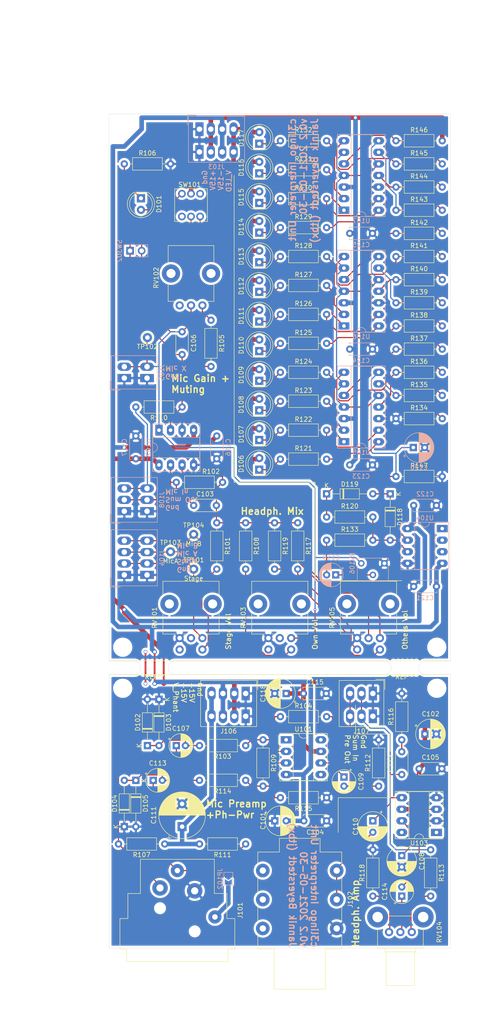
<source format=kicad_pcb>
(kicad_pcb (version 20171130) (host pcbnew "(5.1.10-1-10_14)")
  (title_block (title "c3lingo interpeter unit -- channel strip") (date 2021-05-30) (rev v0.2) (company "Jannik Beyerstedt (jtbx)") (comment 1 "Prototype 1"))
  (layers (0 F.Cu signal) (31 B.Cu signal) (34 B.Paste user) (35 F.Paste user) (36 B.SilkS user) (37 F.SilkS user) (38 B.Mask user) (39 F.Mask user) (44 Edge.Cuts user))
  (net 0 "")
  (net 1 -15V)
  (net 2 +15V)
  (net 3 GND)
  (net 4 "Net-(C103-Pad2)")
  (net 5 "Net-(C106-Pad2)")
  (net 6 "Net-(C107-Pad2)")
  (net 7 "Net-(C107-Pad1)")
  (net 8 "Net-(C108-Pad1)")
  (net 9 "Net-(C109-Pad1)")
  (net 10 "Net-(C110-Pad2)")
  (net 11 "Net-(C110-Pad1)")
  (net 12 V_Phant)
  (net 13 "Net-(C112-Pad2)")
  (net 14 "Net-(C113-Pad2)")
  (net 15 "Net-(C113-Pad1)")
  (net 16 "Net-(C114-Pad2)")
  (net 17 "Net-(C114-Pad1)")
  (net 18 "Net-(C119-Pad2)")
  (net 19 "Net-(C119-Pad1)")
  (net 20 "Net-(C120-Pad1)")
  (net 21 "Net-(D101-Pad2)")
  (net 22 "Net-(D101-Pad1)")
  (net 23 V_LED)
  (net 24 "Net-(D106-Pad1)")
  (net 25 "Net-(D107-Pad1)")
  (net 26 "Net-(D108-Pad1)")
  (net 27 "Net-(D109-Pad1)")
  (net 28 "Net-(D110-Pad1)")
  (net 29 "Net-(D111-Pad1)")
  (net 30 "Net-(D112-Pad1)")
  (net 31 "Net-(D113-Pad1)")
  (net 32 "Net-(D114-Pad1)")
  (net 33 "Net-(D115-Pad1)")
  (net 34 "Net-(D116-Pad1)")
  (net 35 "Net-(D117-Pad1)")
  (net 36 "Net-(D118-Pad2)")
  (net 37 "Net-(D118-Pad1)")
  (net 38 GNDREF)
  (net 39 /Monitor_OthersB)
  (net 40 /Monitor_OthersA)
  (net 41 /Monitor_Stage)
  (net 42 "Net-(R101-Pad2)")
  (net 43 "Net-(R103-Pad1)")
  (net 44 "Net-(R105-Pad1)")
  (net 45 "Net-(R108-Pad2)")
  (net 46 "Net-(R109-Pad2)")
  (net 47 "Net-(R113-Pad2)")
  (net 48 "Net-(R117-Pad2)")
  (net 49 "Net-(R118-Pad1)")
  (net 50 "Net-(R119-Pad2)")
  (net 51 "Net-(R121-Pad2)")
  (net 52 "Net-(R122-Pad2)")
  (net 53 "Net-(R123-Pad2)")
  (net 54 "Net-(R124-Pad2)")
  (net 55 "Net-(R125-Pad2)")
  (net 56 "Net-(R126-Pad2)")
  (net 57 "Net-(R127-Pad2)")
  (net 58 "Net-(R128-Pad2)")
  (net 59 "Net-(R129-Pad2)")
  (net 60 "Net-(R130-Pad2)")
  (net 61 "Net-(R131-Pad2)")
  (net 62 "Net-(R132-Pad2)")
  (net 63 "Net-(R134-Pad2)")
  (net 64 "Net-(R135-Pad2)")
  (net 65 "Net-(R136-Pad2)")
  (net 66 "Net-(R137-Pad2)")
  (net 67 "Net-(R138-Pad2)")
  (net 68 "Net-(R139-Pad2)")
  (net 69 "Net-(R140-Pad2)")
  (net 70 "Net-(R141-Pad2)")
  (net 71 "Net-(R142-Pad2)")
  (net 72 "Net-(R143-Pad2)")
  (net 73 "Net-(R144-Pad2)")
  (net 74 "Net-(R145-Pad2)")
  (net 75 /PreampOut)
  (net 76 SumOut)
  (net 77 MicPreOut)
  (net 78 AmpIn)
  (net 79 MicGainIn)
  (module c3lingo_unit-footprints:mouse-bite-3mm-6mm (layer F.Cu) (at 113 171.5)
    (fp_text reference REF** (at 2 2) (layer F.SilkS))
    (fp_text value mouse-bite-3mm-6mm)
    (pad "" np_thru_hole circle (at 4.5 1.25) (size 0.5 0.5) (drill 0.5) (layers *.Cu *.Mask))
    (pad "" np_thru_hole circle (at 3.5 1.25) (size 0.5 0.5) (drill 0.5) (layers *.Cu *.Mask))
    (pad "" np_thru_hole circle (at 3.5 -1.25) (size 0.5 0.5) (drill 0.5) (layers *.Cu *.Mask))
    (pad "" np_thru_hole circle (at 4.5 -1.25) (size 0.5 0.5) (drill 0.5) (layers *.Cu *.Mask))
    (pad "" np_thru_hole circle (at 1.5 -1.25) (size 0.5 0.5) (drill 0.5) (layers *.Cu *.Mask))
    (pad "" np_thru_hole circle (at 1.5 1.25) (size 0.5 0.5) (drill 0.5) (layers *.Cu *.Mask))
    (pad "" np_thru_hole circle (at 2.5 1.25) (size 0.5 0.5) (drill 0.5) (layers *.Cu *.Mask))
    (pad "" np_thru_hole circle (at 2.5 -1.25) (size 0.5 0.5) (drill 0.5) (layers *.Cu *.Mask))
    (pad "" np_thru_hole circle (at -0.5 1.25) (size 0.5 0.5) (drill 0.5) (layers *.Cu *.Mask))
    (pad "" np_thru_hole circle (at 0.5 1.25) (size 0.5 0.5) (drill 0.5) (layers *.Cu *.Mask))
    (pad "" np_thru_hole circle (at 0.5 -1.25) (size 0.5 0.5) (drill 0.5) (layers *.Cu *.Mask))
    (pad "" np_thru_hole circle (at -0.5 -1.25) (size 0.5 0.5) (drill 0.5) (layers *.Cu *.Mask))
  )
  (module c3lingo_unit-footprints:mouse-bite-3mm-6mm (layer F.Cu) (at 58 171.5)
    (fp_text reference REF** (at 2 2) (layer F.SilkS))
    (fp_text value mouse-bite-3mm-6mm)
    (pad "" np_thru_hole circle (at 4.5 1.25) (size 0.5 0.5) (drill 0.5) (layers *.Cu *.Mask))
    (pad "" np_thru_hole circle (at 3.5 1.25) (size 0.5 0.5) (drill 0.5) (layers *.Cu *.Mask))
    (pad "" np_thru_hole circle (at 3.5 -1.25) (size 0.5 0.5) (drill 0.5) (layers *.Cu *.Mask))
    (pad "" np_thru_hole circle (at 4.5 -1.25) (size 0.5 0.5) (drill 0.5) (layers *.Cu *.Mask))
    (pad "" np_thru_hole circle (at 1.5 -1.25) (size 0.5 0.5) (drill 0.5) (layers *.Cu *.Mask))
    (pad "" np_thru_hole circle (at 1.5 1.25) (size 0.5 0.5) (drill 0.5) (layers *.Cu *.Mask))
    (pad "" np_thru_hole circle (at 2.5 1.25) (size 0.5 0.5) (drill 0.5) (layers *.Cu *.Mask))
    (pad "" np_thru_hole circle (at 2.5 -1.25) (size 0.5 0.5) (drill 0.5) (layers *.Cu *.Mask))
    (pad "" np_thru_hole circle (at -0.5 1.25) (size 0.5 0.5) (drill 0.5) (layers *.Cu *.Mask))
    (pad "" np_thru_hole circle (at 0.5 1.25) (size 0.5 0.5) (drill 0.5) (layers *.Cu *.Mask))
    (pad "" np_thru_hole circle (at 0.5 -1.25) (size 0.5 0.5) (drill 0.5) (layers *.Cu *.Mask))
    (pad "" np_thru_hole circle (at -0.5 -1.25) (size 0.5 0.5) (drill 0.5) (layers *.Cu *.Mask))
  )
  (module Capacitor_THT:CP_Radial_D6.3mm_P2.50mm (layer F.Cu) (at 107.95 205.09 270)
    (fp_text reference C110 (at 1.25 3.81 90) (layer F.SilkS))
    (fp_text value "220uF lowESR")
    (pad 2 thru_hole circle (at 2.5 0 270) (size 1.6 1.6) (drill 0.8) (layers *.Cu *.Mask) (net 10 "Net-(C110-Pad2)"))
    (pad 1 thru_hole rect (at 0 0 270) (size 1.6 1.6) (drill 0.8) (layers *.Cu *.Mask) (net 11 "Net-(C110-Pad1)"))
  )
  (module Capacitor_THT:CP_Radial_D6.3mm_P2.50mm (layer B.Cu) (at 116.84 123.19)
    (fp_text reference C120 (at 1.25 4.4 180) (layer B.SilkS) (effects (justify mirror)))
    (fp_text value 47uF)
    (pad 2 thru_hole circle (at 2.5 0) (size 1.6 1.6) (drill 0.8) (layers *.Cu *.Mask) (net 3 GND))
    (pad 1 thru_hole rect (at 0 0) (size 1.6 1.6) (drill 0.8) (layers *.Cu *.Mask) (net 20 "Net-(C120-Pad1)"))
  )
  (module Capacitor_THT:CP_Radial_D5.0mm_P2.00mm (layer B.Cu) (at 99.79 151.13 180)
    (fp_text reference C119 (at 1 3.75) (layer B.SilkS) (effects (justify mirror)))
    (fp_text value 1uF)
    (pad 2 thru_hole circle (at 2 0 180) (size 1.6 1.6) (drill 0.8) (layers *.Cu *.Mask) (net 18 "Net-(C119-Pad2)"))
    (pad 1 thru_hole rect (at 0 0 180) (size 1.6 1.6) (drill 0.8) (layers *.Cu *.Mask) (net 19 "Net-(C119-Pad1)"))
  )
  (module Capacitor_THT:CP_Radial_D6.3mm_P2.50mm (layer F.Cu) (at 88.9 177.15 180)
    (fp_text reference C118 (at 5.08 0 90) (layer F.SilkS))
    (fp_text value 100uF)
    (pad 2 thru_hole circle (at 2.5 0 180) (size 1.6 1.6) (drill 0.8) (layers *.Cu *.Mask) (net 3 GND))
    (pad 1 thru_hole rect (at 0 0 180) (size 1.6 1.6) (drill 0.8) (layers *.Cu *.Mask) (net 2 +15V))
  )
  (module Capacitor_THT:CP_Radial_D6.3mm_P2.50mm (layer F.Cu) (at 114.3 212.71 270)
    (fp_text reference C108 (at 1.25 -4.4 90) (layer F.SilkS))
    (fp_text value 100uF)
    (pad 2 thru_hole circle (at 2.5 0 270) (size 1.6 1.6) (drill 0.8) (layers *.Cu *.Mask) (net 3 GND))
    (pad 1 thru_hole rect (at 0 0 270) (size 1.6 1.6) (drill 0.8) (layers *.Cu *.Mask) (net 8 "Net-(C108-Pad1)"))
  )
  (module Capacitor_THT:CP_Radial_D6.3mm_P2.50mm (layer F.Cu) (at 119.38 186.04)
    (fp_text reference C102 (at 1.25 -4.4) (layer F.SilkS))
    (fp_text value 100uF)
    (pad 2 thru_hole circle (at 2.5 0) (size 1.6 1.6) (drill 0.8) (layers *.Cu *.Mask) (net 3 GND))
    (pad 1 thru_hole rect (at 0 0) (size 1.6 1.6) (drill 0.8) (layers *.Cu *.Mask) (net 2 +15V))
  )
  (module Capacitor_THT:CP_Radial_D6.3mm_P2.50mm (layer F.Cu) (at 86.4 205.09)
    (fp_text reference C101 (at -2.58 0 90) (layer F.SilkS))
    (fp_text value 100uF)
    (pad 2 thru_hole circle (at 2.5 0) (size 1.6 1.6) (drill 0.8) (layers *.Cu *.Mask) (net 1 -15V))
    (pad 1 thru_hole rect (at 0 0) (size 1.6 1.6) (drill 0.8) (layers *.Cu *.Mask) (net 3 GND))
  )
  (module MountingHole:MountingHole_3.2mm_M3 (layer F.Cu) (at 122 176)
    (fp_text reference H306 hide)
    (fp_text value MountingHole)
    (pad 1 np_thru_hole circle (at 0 0) (size 3.2 3.2) (drill 3.2) (layers *.Cu *.Mask))
  )
  (module MountingHole:MountingHole_3.2mm_M3 (layer F.Cu) (at 53 176)
    (fp_text reference H305 hide)
    (fp_text value MountingHole)
    (pad 1 np_thru_hole circle (at 0 0) (size 3.2 3.2) (drill 3.2) (layers *.Cu *.Mask))
  )
  (module TerminalBlock_Phoenix:TerminalBlock_Phoenix_PTSM-0,5-3-2.5-H-THR_1x03_P2.50mm_Horizontal (layer F.Cu) (at 107.95 177.15 180)
    (fp_text reference J107 (at 2.5 -8.26) (layer F.SilkS))
    (fp_text value Interconnect)
    (pad 3 thru_hole oval (at 5 -5 180) (size 1.8 3) (drill 1.2) (layers *.Cu *.Mask) (net 77 MicPreOut))
    (pad 3 thru_hole oval (at 5 0 180) (size 1.8 3) (drill 1.2) (layers *.Cu *.Mask) (net 77 MicPreOut))
    (pad 2 thru_hole oval (at 2.5 -5 180) (size 1.8 3) (drill 1.2) (layers *.Cu *.Mask) (net 78 AmpIn))
    (pad 2 thru_hole oval (at 2.5 0 180) (size 1.8 3) (drill 1.2) (layers *.Cu *.Mask) (net 78 AmpIn))
    (pad 1 thru_hole rect (at 0 -5 180) (size 1.8 3) (drill 1.2) (layers *.Cu *.Mask) (net 3 GND))
    (pad 1 thru_hole rect (at 0 0 180) (size 1.8 3) (drill 1.2) (layers *.Cu *.Mask) (net 3 GND))
  )
  (module TerminalBlock_Phoenix:TerminalBlock_Phoenix_PTSM-0,5-3-2.5-H-THR_1x03_P2.50mm_Horizontal (layer B.Cu) (at 53.34 137.16 90)
    (fp_text reference J108 (at 2.5 8.26 90) (layer B.SilkS) (effects (justify mirror)))
    (fp_text value Interconnect)
    (pad 3 thru_hole oval (at 5 5 90) (size 1.8 3) (drill 1.2) (layers *.Cu *.Mask) (net 79 MicGainIn))
    (pad 3 thru_hole oval (at 5 0 90) (size 1.8 3) (drill 1.2) (layers *.Cu *.Mask) (net 79 MicGainIn))
    (pad 2 thru_hole oval (at 2.5 5 90) (size 1.8 3) (drill 1.2) (layers *.Cu *.Mask) (net 76 SumOut))
    (pad 2 thru_hole oval (at 2.5 0 90) (size 1.8 3) (drill 1.2) (layers *.Cu *.Mask) (net 76 SumOut))
    (pad 1 thru_hole rect (at 0 5 90) (size 1.8 3) (drill 1.2) (layers *.Cu *.Mask) (net 3 GND))
    (pad 1 thru_hole rect (at 0 0 90) (size 1.8 3) (drill 1.2) (layers *.Cu *.Mask) (net 3 GND))
  )
  (module Connector_PinHeader_2.54mm:PinHeader_1x02_P2.54mm_Vertical (layer B.Cu) (at 54.61 80.01 270)
    (fp_text reference SW302 (at 0 2.33 90) (layer B.SilkS) (effects (justify mirror)))
    (fp_text value Mute_X)
    (pad 2 thru_hole oval (at 0 -2.54 270) (size 1.7 1.7) (drill 1) (layers *.Cu *.Mask) (net 75 /PreampOut))
    (pad 1 thru_hole rect (at 0 0 270) (size 1.7 1.7) (drill 1) (layers *.Cu *.Mask) (net 5 "Net-(C106-Pad2)"))
  )
  (module TerminalBlock_Phoenix:TerminalBlock_Phoenix_PTSM-0,5-4-2.5-H-THR_1x04_P2.50mm_Horizontal (layer F.Cu) (at 80.01 177.15 180)
    (fp_text reference J106 (at 3.75 -8.26) (layer F.SilkS))
    (fp_text value PowerSupply)
    (pad 4 thru_hole oval (at 7.5 -5 180) (size 1.8 3) (drill 1.2) (layers *.Cu *.Mask) (net 12 V_Phant))
    (pad 4 thru_hole oval (at 7.5 0 180) (size 1.8 3) (drill 1.2) (layers *.Cu *.Mask) (net 12 V_Phant))
    (pad 3 thru_hole oval (at 5 -5 180) (size 1.8 3) (drill 1.2) (layers *.Cu *.Mask) (net 1 -15V))
    (pad 3 thru_hole oval (at 5 0 180) (size 1.8 3) (drill 1.2) (layers *.Cu *.Mask) (net 1 -15V))
    (pad 2 thru_hole oval (at 2.5 -5 180) (size 1.8 3) (drill 1.2) (layers *.Cu *.Mask) (net 2 +15V))
    (pad 2 thru_hole oval (at 2.5 0 180) (size 1.8 3) (drill 1.2) (layers *.Cu *.Mask) (net 2 +15V))
    (pad 1 thru_hole rect (at 0 -5 180) (size 1.8 3) (drill 1.2) (layers *.Cu *.Mask) (net 3 GND))
    (pad 1 thru_hole rect (at 0 0 180) (size 1.8 3) (drill 1.2) (layers *.Cu *.Mask) (net 3 GND))
  )
  (module TerminalBlock_Phoenix:TerminalBlock_Phoenix_PTSM-0,5-4-2.5-H-THR_1x04_P2.50mm_Horizontal (layer B.Cu) (at 69.85 53.34)
    (fp_text reference J103 (at 3.75 8.26) (layer B.SilkS) (effects (justify mirror)))
    (fp_text value PowerSupply)
    (pad 4 thru_hole oval (at 7.5 5) (size 1.8 3) (drill 1.2) (layers *.Cu *.Mask) (net 23 V_LED))
    (pad 4 thru_hole oval (at 7.5 0) (size 1.8 3) (drill 1.2) (layers *.Cu *.Mask) (net 23 V_LED))
    (pad 3 thru_hole oval (at 5 5) (size 1.8 3) (drill 1.2) (layers *.Cu *.Mask) (net 1 -15V))
    (pad 3 thru_hole oval (at 5 0) (size 1.8 3) (drill 1.2) (layers *.Cu *.Mask) (net 1 -15V))
    (pad 2 thru_hole oval (at 2.5 5) (size 1.8 3) (drill 1.2) (layers *.Cu *.Mask) (net 2 +15V))
    (pad 2 thru_hole oval (at 2.5 0) (size 1.8 3) (drill 1.2) (layers *.Cu *.Mask) (net 2 +15V))
    (pad 1 thru_hole rect (at 0 5) (size 1.8 3) (drill 1.2) (layers *.Cu *.Mask) (net 3 GND))
    (pad 1 thru_hole rect (at 0 0) (size 1.8 3) (drill 1.2) (layers *.Cu *.Mask) (net 3 GND))
  )
  (module TerminalBlock_Phoenix:TerminalBlock_Phoenix_PTSM-0,5-2-2.5-H-THR_1x02_P2.50mm_Horizontal (layer B.Cu) (at 53.34 107.95 90)
    (fp_text reference J105 (at 1.25 8.26 90) (layer B.SilkS) (effects (justify mirror)))
    (fp_text value Output)
    (pad 2 thru_hole oval (at 2.5 5 90) (size 1.8 3) (drill 1.2) (layers *.Cu *.Mask) (net 75 /PreampOut))
    (pad 2 thru_hole oval (at 2.5 0 90) (size 1.8 3) (drill 1.2) (layers *.Cu *.Mask) (net 75 /PreampOut))
    (pad 1 thru_hole rect (at 0 5 90) (size 1.8 3) (drill 1.2) (layers *.Cu *.Mask) (net 3 GND))
    (pad 1 thru_hole rect (at 0 0 90) (size 1.8 3) (drill 1.2) (layers *.Cu *.Mask) (net 3 GND))
  )
  (module TerminalBlock_Phoenix:TerminalBlock_Phoenix_PTSM-0,5-4-2.5-H-THR_1x04_P2.50mm_Horizontal (layer B.Cu) (at 53.34 151.13 90)
    (fp_text reference J104 (at 3.75 8.26 90) (layer B.SilkS) (effects (justify mirror)))
    (fp_text value Inputs)
    (pad 4 thru_hole oval (at 7.5 5 90) (size 1.8 3) (drill 1.2) (layers *.Cu *.Mask) (net 39 /Monitor_OthersB))
    (pad 4 thru_hole oval (at 7.5 0 90) (size 1.8 3) (drill 1.2) (layers *.Cu *.Mask) (net 39 /Monitor_OthersB))
    (pad 3 thru_hole oval (at 5 5 90) (size 1.8 3) (drill 1.2) (layers *.Cu *.Mask) (net 40 /Monitor_OthersA))
    (pad 3 thru_hole oval (at 5 0 90) (size 1.8 3) (drill 1.2) (layers *.Cu *.Mask) (net 40 /Monitor_OthersA))
    (pad 2 thru_hole oval (at 2.5 5 90) (size 1.8 3) (drill 1.2) (layers *.Cu *.Mask) (net 41 /Monitor_Stage))
    (pad 2 thru_hole oval (at 2.5 0 90) (size 1.8 3) (drill 1.2) (layers *.Cu *.Mask) (net 41 /Monitor_Stage))
    (pad 1 thru_hole rect (at 0 5 90) (size 1.8 3) (drill 1.2) (layers *.Cu *.Mask) (net 3 GND))
    (pad 1 thru_hole rect (at 0 0 90) (size 1.8 3) (drill 1.2) (layers *.Cu *.Mask) (net 3 GND))
  )
  (module MountingHole:MountingHole_3.2mm_M3 (layer F.Cu) (at 122 167)
    (fp_text reference H303 hide)
    (fp_text value MountingHole)
    (pad 1 np_thru_hole circle (at 0 0) (size 3.2 3.2) (drill 3.2) (layers *.Cu *.Mask))
  )
  (module MountingHole:MountingHole_3.2mm_M3 (layer F.Cu) (at 53 167)
    (fp_text reference H302 hide)
    (fp_text value MountingHole)
    (pad 1 np_thru_hole circle (at 0 0) (size 3.2 3.2) (drill 3.2) (layers *.Cu *.Mask))
  )
  (module MountingHole:MountingHole_3.2mm_M3 (layer F.Cu) (at 53 53)
    (fp_text reference H301 hide)
    (fp_text value MountingHole)
    (pad 1 np_thru_hole circle (at 0 0) (size 3.2 3.2) (drill 3.2) (layers *.Cu *.Mask))
  )
  (module Diode_THT:D_DO-35_SOD27_P10.16mm_Horizontal (layer F.Cu) (at 97.79 133.35)
    (fp_text reference D119 (at 5.08 -2.12) (layer F.SilkS))
    (fp_text value 1N4148)
    (fp_text user K (at 0 -1.8) (layer F.SilkS))
    (pad 2 thru_hole oval (at 10.16 0) (size 1.6 1.6) (drill 0.8) (layers *.Cu *.Mask) (net 37 "Net-(D118-Pad1)"))
    (pad 1 thru_hole rect (at 0 0) (size 1.6 1.6) (drill 0.8) (layers *.Cu *.Mask) (net 20 "Net-(C120-Pad1)"))
  )
  (module Package_DIP:DIP-8_W7.62mm_Socket_LongPads (layer B.Cu) (at 123.19 140.97 180)
    (fp_text reference U104 (at 3.81 2.33) (layer B.SilkS) (effects (justify mirror)))
    (fp_text value LM833N)
    (pad 8 thru_hole oval (at 7.62 0 180) (size 2.4 1.6) (drill 0.8) (layers *.Cu *.Mask) (net 2 +15V))
    (pad 4 thru_hole oval (at 0 -7.62 180) (size 2.4 1.6) (drill 0.8) (layers *.Cu *.Mask) (net 1 -15V))
    (pad 7 thru_hole oval (at 7.62 -2.54 180) (size 2.4 1.6) (drill 0.8) (layers *.Cu *.Mask) (net 37 "Net-(D118-Pad1)"))
    (pad 3 thru_hole oval (at 0 -5.08 180) (size 2.4 1.6) (drill 0.8) (layers *.Cu *.Mask))
    (pad 6 thru_hole oval (at 7.62 -5.08 180) (size 2.4 1.6) (drill 0.8) (layers *.Cu *.Mask) (net 36 "Net-(D118-Pad2)"))
    (pad 2 thru_hole oval (at 0 -2.54 180) (size 2.4 1.6) (drill 0.8) (layers *.Cu *.Mask))
    (pad 5 thru_hole oval (at 7.62 -7.62 180) (size 2.4 1.6) (drill 0.8) (layers *.Cu *.Mask) (net 3 GND))
    (pad 1 thru_hole rect (at 0 0 180) (size 2.4 1.6) (drill 0.8) (layers *.Cu *.Mask))
  )
  (module Package_DIP:DIP-14_W7.62mm_Socket_LongPads (layer B.Cu) (at 101.6 71.12)
    (fp_text reference U107 (at 3.81 2.33) (layer B.SilkS) (effects (justify mirror)))
    (fp_text value LM339)
    (pad 14 thru_hole oval (at 7.62 0) (size 2.4 1.6) (drill 0.8) (layers *.Cu *.Mask) (net 59 "Net-(R129-Pad2)"))
    (pad 7 thru_hole oval (at 0 -15.24) (size 2.4 1.6) (drill 0.8) (layers *.Cu *.Mask) (net 73 "Net-(R144-Pad2)"))
    (pad 13 thru_hole oval (at 7.62 -2.54) (size 2.4 1.6) (drill 0.8) (layers *.Cu *.Mask) (net 60 "Net-(R130-Pad2)"))
    (pad 6 thru_hole oval (at 0 -12.7) (size 2.4 1.6) (drill 0.8) (layers *.Cu *.Mask) (net 20 "Net-(C120-Pad1)"))
    (pad 12 thru_hole oval (at 7.62 -5.08) (size 2.4 1.6) (drill 0.8) (layers *.Cu *.Mask) (net 3 GND))
    (pad 5 thru_hole oval (at 0 -10.16) (size 2.4 1.6) (drill 0.8) (layers *.Cu *.Mask) (net 74 "Net-(R145-Pad2)"))
    (pad 11 thru_hole oval (at 7.62 -7.62) (size 2.4 1.6) (drill 0.8) (layers *.Cu *.Mask) (net 72 "Net-(R143-Pad2)"))
    (pad 4 thru_hole oval (at 0 -7.62) (size 2.4 1.6) (drill 0.8) (layers *.Cu *.Mask) (net 20 "Net-(C120-Pad1)"))
    (pad 10 thru_hole oval (at 7.62 -10.16) (size 2.4 1.6) (drill 0.8) (layers *.Cu *.Mask) (net 20 "Net-(C120-Pad1)"))
    (pad 3 thru_hole oval (at 0 -5.08) (size 2.4 1.6) (drill 0.8) (layers *.Cu *.Mask) (net 2 +15V))
    (pad 9 thru_hole oval (at 7.62 -12.7) (size 2.4 1.6) (drill 0.8) (layers *.Cu *.Mask) (net 71 "Net-(R142-Pad2)"))
    (pad 2 thru_hole oval (at 0 -2.54) (size 2.4 1.6) (drill 0.8) (layers *.Cu *.Mask) (net 62 "Net-(R132-Pad2)"))
    (pad 8 thru_hole oval (at 7.62 -15.24) (size 2.4 1.6) (drill 0.8) (layers *.Cu *.Mask) (net 20 "Net-(C120-Pad1)"))
    (pad 1 thru_hole rect (at 0 0) (size 2.4 1.6) (drill 0.8) (layers *.Cu *.Mask) (net 61 "Net-(R131-Pad2)"))
  )
  (module Package_DIP:DIP-14_W7.62mm_Socket_LongPads (layer B.Cu) (at 101.6 96.52)
    (fp_text reference U106 (at 3.81 2.33) (layer B.SilkS) (effects (justify mirror)))
    (fp_text value LM339)
    (pad 14 thru_hole oval (at 7.62 0) (size 2.4 1.6) (drill 0.8) (layers *.Cu *.Mask) (net 55 "Net-(R125-Pad2)"))
    (pad 7 thru_hole oval (at 0 -15.24) (size 2.4 1.6) (drill 0.8) (layers *.Cu *.Mask) (net 69 "Net-(R140-Pad2)"))
    (pad 13 thru_hole oval (at 7.62 -2.54) (size 2.4 1.6) (drill 0.8) (layers *.Cu *.Mask) (net 56 "Net-(R126-Pad2)"))
    (pad 6 thru_hole oval (at 0 -12.7) (size 2.4 1.6) (drill 0.8) (layers *.Cu *.Mask) (net 20 "Net-(C120-Pad1)"))
    (pad 12 thru_hole oval (at 7.62 -5.08) (size 2.4 1.6) (drill 0.8) (layers *.Cu *.Mask) (net 3 GND))
    (pad 5 thru_hole oval (at 0 -10.16) (size 2.4 1.6) (drill 0.8) (layers *.Cu *.Mask) (net 70 "Net-(R141-Pad2)"))
    (pad 11 thru_hole oval (at 7.62 -7.62) (size 2.4 1.6) (drill 0.8) (layers *.Cu *.Mask) (net 68 "Net-(R139-Pad2)"))
    (pad 4 thru_hole oval (at 0 -7.62) (size 2.4 1.6) (drill 0.8) (layers *.Cu *.Mask) (net 20 "Net-(C120-Pad1)"))
    (pad 10 thru_hole oval (at 7.62 -10.16) (size 2.4 1.6) (drill 0.8) (layers *.Cu *.Mask) (net 20 "Net-(C120-Pad1)"))
    (pad 3 thru_hole oval (at 0 -5.08) (size 2.4 1.6) (drill 0.8) (layers *.Cu *.Mask) (net 2 +15V))
    (pad 9 thru_hole oval (at 7.62 -12.7) (size 2.4 1.6) (drill 0.8) (layers *.Cu *.Mask) (net 67 "Net-(R138-Pad2)"))
    (pad 2 thru_hole oval (at 0 -2.54) (size 2.4 1.6) (drill 0.8) (layers *.Cu *.Mask) (net 58 "Net-(R128-Pad2)"))
    (pad 8 thru_hole oval (at 7.62 -15.24) (size 2.4 1.6) (drill 0.8) (layers *.Cu *.Mask) (net 20 "Net-(C120-Pad1)"))
    (pad 1 thru_hole rect (at 0 0) (size 2.4 1.6) (drill 0.8) (layers *.Cu *.Mask) (net 57 "Net-(R127-Pad2)"))
  )
  (module Package_DIP:DIP-14_W7.62mm_Socket_LongPads (layer B.Cu) (at 101.6 121.92)
    (fp_text reference U105 (at 3.81 2.33) (layer B.SilkS) (effects (justify mirror)))
    (fp_text value LM339)
    (pad 14 thru_hole oval (at 7.62 0) (size 2.4 1.6) (drill 0.8) (layers *.Cu *.Mask) (net 51 "Net-(R121-Pad2)"))
    (pad 7 thru_hole oval (at 0 -15.24) (size 2.4 1.6) (drill 0.8) (layers *.Cu *.Mask) (net 65 "Net-(R136-Pad2)"))
    (pad 13 thru_hole oval (at 7.62 -2.54) (size 2.4 1.6) (drill 0.8) (layers *.Cu *.Mask) (net 52 "Net-(R122-Pad2)"))
    (pad 6 thru_hole oval (at 0 -12.7) (size 2.4 1.6) (drill 0.8) (layers *.Cu *.Mask) (net 20 "Net-(C120-Pad1)"))
    (pad 12 thru_hole oval (at 7.62 -5.08) (size 2.4 1.6) (drill 0.8) (layers *.Cu *.Mask) (net 3 GND))
    (pad 5 thru_hole oval (at 0 -10.16) (size 2.4 1.6) (drill 0.8) (layers *.Cu *.Mask) (net 66 "Net-(R137-Pad2)"))
    (pad 11 thru_hole oval (at 7.62 -7.62) (size 2.4 1.6) (drill 0.8) (layers *.Cu *.Mask) (net 64 "Net-(R135-Pad2)"))
    (pad 4 thru_hole oval (at 0 -7.62) (size 2.4 1.6) (drill 0.8) (layers *.Cu *.Mask) (net 20 "Net-(C120-Pad1)"))
    (pad 10 thru_hole oval (at 7.62 -10.16) (size 2.4 1.6) (drill 0.8) (layers *.Cu *.Mask) (net 20 "Net-(C120-Pad1)"))
    (pad 3 thru_hole oval (at 0 -5.08) (size 2.4 1.6) (drill 0.8) (layers *.Cu *.Mask) (net 2 +15V))
    (pad 9 thru_hole oval (at 7.62 -12.7) (size 2.4 1.6) (drill 0.8) (layers *.Cu *.Mask) (net 63 "Net-(R134-Pad2)"))
    (pad 2 thru_hole oval (at 0 -2.54) (size 2.4 1.6) (drill 0.8) (layers *.Cu *.Mask) (net 54 "Net-(R124-Pad2)"))
    (pad 8 thru_hole oval (at 7.62 -15.24) (size 2.4 1.6) (drill 0.8) (layers *.Cu *.Mask) (net 20 "Net-(C120-Pad1)"))
    (pad 1 thru_hole rect (at 0 0) (size 2.4 1.6) (drill 0.8) (layers *.Cu *.Mask) (net 53 "Net-(R123-Pad2)"))
  )
  (module Package_DIP:DIP-8_W7.62mm_Socket_LongPads (layer B.Cu) (at 60.96 119.38 270)
    (fp_text reference U102 (at 3.81 2.33 270) (layer B.SilkS) (effects (justify mirror)))
    (fp_text value LM833N)
    (pad 8 thru_hole oval (at 7.62 0 270) (size 2.4 1.6) (drill 0.8) (layers *.Cu *.Mask) (net 2 +15V))
    (pad 4 thru_hole oval (at 0 -7.62 270) (size 2.4 1.6) (drill 0.8) (layers *.Cu *.Mask) (net 1 -15V))
    (pad 7 thru_hole oval (at 7.62 -2.54 270) (size 2.4 1.6) (drill 0.8) (layers *.Cu *.Mask) (net 76 SumOut))
    (pad 3 thru_hole oval (at 0 -5.08 270) (size 2.4 1.6) (drill 0.8) (layers *.Cu *.Mask) (net 3 GND))
    (pad 6 thru_hole oval (at 7.62 -5.08 270) (size 2.4 1.6) (drill 0.8) (layers *.Cu *.Mask) (net 4 "Net-(C103-Pad2)"))
    (pad 2 thru_hole oval (at 0 -2.54 270) (size 2.4 1.6) (drill 0.8) (layers *.Cu *.Mask) (net 5 "Net-(C106-Pad2)"))
    (pad 5 thru_hole oval (at 7.62 -7.62 270) (size 2.4 1.6) (drill 0.8) (layers *.Cu *.Mask) (net 3 GND))
    (pad 1 thru_hole rect (at 0 0 270) (size 2.4 1.6) (drill 0.8) (layers *.Cu *.Mask) (net 75 /PreampOut))
  )
  (module c3lingo_unit-footprints:SW_APEM_MHPS2273_DPDT (layer F.Cu) (at 68 70 180)
    (fp_text reference SW101 (at 0.3 4.5) (layer F.SilkS))
    (fp_text value OnAir_X)
    (pad 6 thru_hole circle (at 2 2.5 180) (size 1.7 1.7) (drill 1) (layers *.Cu *.Mask) (net 21 "Net-(D101-Pad2)"))
    (pad 5 thru_hole circle (at 0 2.5 180) (size 1.7 1.7) (drill 1) (layers *.Cu *.Mask) (net 23 V_LED))
    (pad 4 thru_hole circle (at -2 2.5 180) (size 1.7 1.7) (drill 1) (layers *.Cu *.Mask))
    (pad 3 thru_hole circle (at 2 -2.5 180) (size 1.7 1.7) (drill 1) (layers *.Cu *.Mask))
    (pad 2 thru_hole circle (at 0 -2.5 180) (size 1.7 1.7) (drill 1) (layers *.Cu *.Mask) (net 5 "Net-(C106-Pad2)"))
    (pad 1 thru_hole circle (at -2 -2.5 180) (size 1.7 1.7) (drill 1) (layers *.Cu *.Mask) (net 75 /PreampOut))
  )
  (module Potentiometer_THT:Potentiometer_Vishay_T73XX_Horizontal (layer B.Cu) (at 105.41 148.59 270)
    (fp_text reference RV106 (at 0 2.01 270) (layer B.SilkS) (effects (justify mirror)))
    (fp_text value 50K)
    (pad 1 thru_hole circle (at 0 0 270) (size 1.44 1.44) (drill 0.8) (layers *.Cu *.Mask) (net 75 /PreampOut))
    (pad 2 thru_hole circle (at 2.54 -2.54 270) (size 1.44 1.44) (drill 0.8) (layers *.Cu *.Mask) (net 19 "Net-(C119-Pad1)"))
    (pad 3 thru_hole circle (at 0 -5.08 270) (size 1.44 1.44) (drill 0.8) (layers *.Cu *.Mask) (net 3 GND))
  )
  (module c3lingo_unit-footprints:Potentiometer_Alps_RK09K_Double_Vertical (layer F.Cu) (at 109.5 165 90)
    (fp_text reference RV105 (at 4.475 -10.5 90) (layer F.SilkS))
    (fp_text value "50K log. st.")
    (pad 1 thru_hole circle (at 0 -5 180) (size 1.8 1.8) (drill 1) (layers *.Cu *.Mask) (net 3 GND))
    (pad 6 thru_hole circle (at 0 -2.5 90) (size 1.8 1.8) (drill 1) (layers *.Cu *.Mask) (net 40 /Monitor_OthersA))
    (pad 3 thru_hole circle (at 0 0 90) (size 1.8 1.8) (drill 1) (layers *.Cu *.Mask) (net 39 /Monitor_OthersB))
    (pad 5 thru_hole circle (at -2.5 -5 90) (size 1.8 1.8) (drill 1) (layers *.Cu *.Mask) (net 48 "Net-(R117-Pad2)"))
    (pad 2 thru_hole circle (at -2.5 0 90) (size 1.8 1.8) (drill 1) (layers *.Cu *.Mask) (net 50 "Net-(R119-Pad2)"))
    (pad "" np_thru_hole circle (at 7.5 -7.25 90) (size 4 4) (drill 2) (layers *.Cu *.Mask))
    (pad "" np_thru_hole circle (at 7.5 2.25 90) (size 4 4) (drill 2) (layers *.Cu *.Mask))
  )
  (module Potentiometer_THT:Potentiometer_Alps_RK09K_Single_Horizontal (layer F.Cu) (at 111.5 229.5 270)
    (fp_text reference RV104 (at 0 -11.05 90) (layer F.SilkS))
    (fp_text value "50K log.")
    (pad "" thru_hole circle (at -3.3 2.5 270) (size 4.6 4.6) (drill 2.3) (layers *.Cu *.Mask))
    (pad "" thru_hole circle (at -3.3 -7.5 270) (size 4.6 4.6) (drill 2.3) (layers *.Cu *.Mask))
    (pad 1 thru_hole circle (at 0 0 270) (size 1.8 1.8) (drill 1) (layers *.Cu *.Mask) (net 49 "Net-(R118-Pad1)"))
    (pad 2 thru_hole circle (at 0 -2.5 270) (size 1.8 1.8) (drill 1) (layers *.Cu *.Mask) (net 17 "Net-(C114-Pad1)"))
    (pad 3 thru_hole circle (at 0 -5 270) (size 1.8 1.8) (drill 1) (layers *.Cu *.Mask) (net 47 "Net-(R113-Pad2)"))
  )
  (module c3lingo_unit-footprints:Potentiometer_Alps_RK09K_Double_Vertical (layer F.Cu) (at 90 165 90)
    (fp_text reference RV103 (at 4.475 -10.5 90) (layer F.SilkS))
    (fp_text value "50K log.")
    (pad 1 thru_hole circle (at 0 -5 180) (size 1.8 1.8) (drill 1) (layers *.Cu *.Mask) (net 3 GND))
    (pad 6 thru_hole circle (at 0 -2.5 90) (size 1.8 1.8) (drill 1) (layers *.Cu *.Mask))
    (pad 3 thru_hole circle (at 0 0 90) (size 1.8 1.8) (drill 1) (layers *.Cu *.Mask) (net 75 /PreampOut))
    (pad 5 thru_hole circle (at -2.5 -5 90) (size 1.8 1.8) (drill 1) (layers *.Cu *.Mask))
    (pad 2 thru_hole circle (at -2.5 0 90) (size 1.8 1.8) (drill 1) (layers *.Cu *.Mask) (net 45 "Net-(R108-Pad2)"))
    (pad "" np_thru_hole circle (at 7.5 -7.25 90) (size 4 4) (drill 2) (layers *.Cu *.Mask))
    (pad "" np_thru_hole circle (at 7.5 2.25 90) (size 4 4) (drill 2) (layers *.Cu *.Mask))
  )
  (module Potentiometer_THT:Potentiometer_Alps_RK09K_Single_Vertical (layer F.Cu) (at 70.5 92 90)
    (fp_text reference RV102 (at 6.05 -10.15 90) (layer F.SilkS))
    (fp_text value "10K log.")
    (pad "" np_thru_hole circle (at 7 1.9 90) (size 4 4) (drill 2) (layers *.Cu *.Mask))
    (pad "" np_thru_hole circle (at 7 -6.9 90) (size 4 4) (drill 2) (layers *.Cu *.Mask))
    (pad 1 thru_hole circle (at 0 0 90) (size 1.8 1.8) (drill 1) (layers *.Cu *.Mask) (net 44 "Net-(R105-Pad1)"))
    (pad 2 thru_hole circle (at 0 -2.5 90) (size 1.8 1.8) (drill 1) (layers *.Cu *.Mask) (net 75 /PreampOut))
    (pad 3 thru_hole circle (at 0 -5 90) (size 1.8 1.8) (drill 1) (layers *.Cu *.Mask))
  )
  (module c3lingo_unit-footprints:Potentiometer_Alps_RK09K_Double_Vertical (layer F.Cu) (at 70.5 165 90)
    (fp_text reference RV101 (at 4.475 -10.5 90) (layer F.SilkS))
    (fp_text value "50K log.")
    (pad 1 thru_hole circle (at 0 -5 180) (size 1.8 1.8) (drill 1) (layers *.Cu *.Mask) (net 3 GND))
    (pad 6 thru_hole circle (at 0 -2.5 90) (size 1.8 1.8) (drill 1) (layers *.Cu *.Mask))
    (pad 3 thru_hole circle (at 0 0 90) (size 1.8 1.8) (drill 1) (layers *.Cu *.Mask) (net 41 /Monitor_Stage))
    (pad 5 thru_hole circle (at -2.5 -5 90) (size 1.8 1.8) (drill 1) (layers *.Cu *.Mask))
    (pad 2 thru_hole circle (at -2.5 0 90) (size 1.8 1.8) (drill 1) (layers *.Cu *.Mask) (net 42 "Net-(R101-Pad2)"))
    (pad "" np_thru_hole circle (at 7.5 -7.25 90) (size 4 4) (drill 2) (layers *.Cu *.Mask))
    (pad "" np_thru_hole circle (at 7.5 2.25 90) (size 4 4) (drill 2) (layers *.Cu *.Mask))
  )
  (module Resistor_THT:R_Axial_DIN0207_L6.3mm_D2.5mm_P10.16mm_Horizontal (layer F.Cu) (at 113.03 129.54)
    (fp_text reference R147 (at 5.08 -2.37) (layer F.SilkS))
    (fp_text value 100K)
    (pad 2 thru_hole oval (at 10.16 0) (size 1.6 1.6) (drill 0.8) (layers *.Cu *.Mask) (net 3 GND))
    (pad 1 thru_hole circle (at 0 0) (size 1.6 1.6) (drill 0.8) (layers *.Cu *.Mask) (net 20 "Net-(C120-Pad1)"))
  )
  (module Resistor_THT:R_Axial_DIN0207_L6.3mm_D2.5mm_P10.16mm_Horizontal (layer F.Cu) (at 113.03 55.88)
    (fp_text reference R146 (at 5.08 -2.37) (layer F.SilkS))
    (fp_text value 2.7K)
    (pad 2 thru_hole oval (at 10.16 0) (size 1.6 1.6) (drill 0.8) (layers *.Cu *.Mask) (net 2 +15V))
    (pad 1 thru_hole circle (at 0 0) (size 1.6 1.6) (drill 0.8) (layers *.Cu *.Mask) (net 74 "Net-(R145-Pad2)"))
  )
  (module Resistor_THT:R_Axial_DIN0207_L6.3mm_D2.5mm_P10.16mm_Horizontal (layer F.Cu) (at 113.03 60.96)
    (fp_text reference R145 (at 5.08 -2.37) (layer F.SilkS))
    (fp_text value 3.9K)
    (pad 2 thru_hole oval (at 10.16 0) (size 1.6 1.6) (drill 0.8) (layers *.Cu *.Mask) (net 74 "Net-(R145-Pad2)"))
    (pad 1 thru_hole circle (at 0 0) (size 1.6 1.6) (drill 0.8) (layers *.Cu *.Mask) (net 73 "Net-(R144-Pad2)"))
  )
  (module Resistor_THT:R_Axial_DIN0207_L6.3mm_D2.5mm_P10.16mm_Horizontal (layer F.Cu) (at 113.03 66.04)
    (fp_text reference R144 (at 5.08 -2.37) (layer F.SilkS))
    (fp_text value 2.7K)
    (pad 2 thru_hole oval (at 10.16 0) (size 1.6 1.6) (drill 0.8) (layers *.Cu *.Mask) (net 73 "Net-(R144-Pad2)"))
    (pad 1 thru_hole circle (at 0 0) (size 1.6 1.6) (drill 0.8) (layers *.Cu *.Mask) (net 72 "Net-(R143-Pad2)"))
  )
  (module Resistor_THT:R_Axial_DIN0207_L6.3mm_D2.5mm_P10.16mm_Horizontal (layer F.Cu) (at 113.03 71.12)
    (fp_text reference R143 (at 5.08 -2.37) (layer F.SilkS))
    (fp_text value 1.5K)
    (pad 2 thru_hole oval (at 10.16 0) (size 1.6 1.6) (drill 0.8) (layers *.Cu *.Mask) (net 72 "Net-(R143-Pad2)"))
    (pad 1 thru_hole circle (at 0 0) (size 1.6 1.6) (drill 0.8) (layers *.Cu *.Mask) (net 71 "Net-(R142-Pad2)"))
  )
  (module Resistor_THT:R_Axial_DIN0207_L6.3mm_D2.5mm_P10.16mm_Horizontal (layer F.Cu) (at 113.03 76.2)
    (fp_text reference R142 (at 5.08 -2.37) (layer F.SilkS))
    (fp_text value 1K)
    (pad 2 thru_hole oval (at 10.16 0) (size 1.6 1.6) (drill 0.8) (layers *.Cu *.Mask) (net 71 "Net-(R142-Pad2)"))
    (pad 1 thru_hole circle (at 0 0) (size 1.6 1.6) (drill 0.8) (layers *.Cu *.Mask) (net 70 "Net-(R141-Pad2)"))
  )
  (module Resistor_THT:R_Axial_DIN0207_L6.3mm_D2.5mm_P10.16mm_Horizontal (layer F.Cu) (at 113.03 81.28)
    (fp_text reference R141 (at 5.08 -2.37) (layer F.SilkS))
    (fp_text value 680R)
    (pad 2 thru_hole oval (at 10.16 0) (size 1.6 1.6) (drill 0.8) (layers *.Cu *.Mask) (net 70 "Net-(R141-Pad2)"))
    (pad 1 thru_hole circle (at 0 0) (size 1.6 1.6) (drill 0.8) (layers *.Cu *.Mask) (net 69 "Net-(R140-Pad2)"))
  )
  (module Resistor_THT:R_Axial_DIN0207_L6.3mm_D2.5mm_P10.16mm_Horizontal (layer F.Cu) (at 113.03 86.36)
    (fp_text reference R140 (at 5.08 -2.37) (layer F.SilkS))
    (fp_text value 390R)
    (pad 2 thru_hole oval (at 10.16 0) (size 1.6 1.6) (drill 0.8) (layers *.Cu *.Mask) (net 69 "Net-(R140-Pad2)"))
    (pad 1 thru_hole circle (at 0 0) (size 1.6 1.6) (drill 0.8) (layers *.Cu *.Mask) (net 68 "Net-(R139-Pad2)"))
  )
  (module Resistor_THT:R_Axial_DIN0207_L6.3mm_D2.5mm_P10.16mm_Horizontal (layer F.Cu) (at 113.03 91.44)
    (fp_text reference R139 (at 5.08 -2.37) (layer F.SilkS))
    (fp_text value 270R)
    (pad 2 thru_hole oval (at 10.16 0) (size 1.6 1.6) (drill 0.8) (layers *.Cu *.Mask) (net 68 "Net-(R139-Pad2)"))
    (pad 1 thru_hole circle (at 0 0) (size 1.6 1.6) (drill 0.8) (layers *.Cu *.Mask) (net 67 "Net-(R138-Pad2)"))
  )
  (module Resistor_THT:R_Axial_DIN0207_L6.3mm_D2.5mm_P10.16mm_Horizontal (layer F.Cu) (at 113.03 96.52)
    (fp_text reference R138 (at 5.08 -2.37) (layer F.SilkS))
    (fp_text value 150R)
    (pad 2 thru_hole oval (at 10.16 0) (size 1.6 1.6) (drill 0.8) (layers *.Cu *.Mask) (net 67 "Net-(R138-Pad2)"))
    (pad 1 thru_hole circle (at 0 0) (size 1.6 1.6) (drill 0.8) (layers *.Cu *.Mask) (net 66 "Net-(R137-Pad2)"))
  )
  (module Resistor_THT:R_Axial_DIN0207_L6.3mm_D2.5mm_P10.16mm_Horizontal (layer F.Cu) (at 113.03 101.6)
    (fp_text reference R137 (at 5.08 -2.37) (layer F.SilkS))
    (fp_text value 100R)
    (pad 2 thru_hole oval (at 10.16 0) (size 1.6 1.6) (drill 0.8) (layers *.Cu *.Mask) (net 66 "Net-(R137-Pad2)"))
    (pad 1 thru_hole circle (at 0 0) (size 1.6 1.6) (drill 0.8) (layers *.Cu *.Mask) (net 65 "Net-(R136-Pad2)"))
  )
  (module Resistor_THT:R_Axial_DIN0207_L6.3mm_D2.5mm_P10.16mm_Horizontal (layer F.Cu) (at 113.03 106.68)
    (fp_text reference R136 (at 5.08 -2.37) (layer F.SilkS))
    (fp_text value 68R)
    (pad 2 thru_hole oval (at 10.16 0) (size 1.6 1.6) (drill 0.8) (layers *.Cu *.Mask) (net 65 "Net-(R136-Pad2)"))
    (pad 1 thru_hole circle (at 0 0) (size 1.6 1.6) (drill 0.8) (layers *.Cu *.Mask) (net 64 "Net-(R135-Pad2)"))
  )
  (module Resistor_THT:R_Axial_DIN0207_L6.3mm_D2.5mm_P10.16mm_Horizontal (layer F.Cu) (at 113.03 111.76)
    (fp_text reference R135 (at 5.08 -2.37) (layer F.SilkS))
    (fp_text value 39R)
    (pad 2 thru_hole oval (at 10.16 0) (size 1.6 1.6) (drill 0.8) (layers *.Cu *.Mask) (net 64 "Net-(R135-Pad2)"))
    (pad 1 thru_hole circle (at 0 0) (size 1.6 1.6) (drill 0.8) (layers *.Cu *.Mask) (net 63 "Net-(R134-Pad2)"))
  )
  (module Resistor_THT:R_Axial_DIN0207_L6.3mm_D2.5mm_P10.16mm_Horizontal (layer F.Cu) (at 113.03 116.84)
    (fp_text reference R134 (at 5.08 -2.37) (layer F.SilkS))
    (fp_text value 68R)
    (pad 2 thru_hole oval (at 10.16 0) (size 1.6 1.6) (drill 0.8) (layers *.Cu *.Mask) (net 63 "Net-(R134-Pad2)"))
    (pad 1 thru_hole circle (at 0 0) (size 1.6 1.6) (drill 0.8) (layers *.Cu *.Mask) (net 3 GND))
  )
  (module Resistor_THT:R_Axial_DIN0207_L6.3mm_D2.5mm_P10.16mm_Horizontal (layer F.Cu) (at 97.79 143.51)
    (fp_text reference R133 (at 5.08 -2.37) (layer F.SilkS))
    (fp_text value 1K)
    (pad 2 thru_hole oval (at 10.16 0) (size 1.6 1.6) (drill 0.8) (layers *.Cu *.Mask) (net 36 "Net-(D118-Pad2)"))
    (pad 1 thru_hole circle (at 0 0) (size 1.6 1.6) (drill 0.8) (layers *.Cu *.Mask) (net 18 "Net-(C119-Pad2)"))
  )
  (module Resistor_THT:R_Axial_DIN0207_L6.3mm_D2.5mm_P10.16mm_Horizontal (layer F.Cu) (at 87.63 55.88)
    (fp_text reference R132 (at 5.08 -2.37) (layer F.SilkS))
    (fp_text value 390R)
    (pad 2 thru_hole oval (at 10.16 0) (size 1.6 1.6) (drill 0.8) (layers *.Cu *.Mask) (net 62 "Net-(R132-Pad2)"))
    (pad 1 thru_hole circle (at 0 0) (size 1.6 1.6) (drill 0.8) (layers *.Cu *.Mask) (net 35 "Net-(D117-Pad1)"))
  )
  (module Resistor_THT:R_Axial_DIN0207_L6.3mm_D2.5mm_P10.16mm_Horizontal (layer F.Cu) (at 87.63 62.23)
    (fp_text reference R131 (at 5.08 -2.37) (layer F.SilkS))
    (fp_text value 390R)
    (pad 2 thru_hole oval (at 10.16 0) (size 1.6 1.6) (drill 0.8) (layers *.Cu *.Mask) (net 61 "Net-(R131-Pad2)"))
    (pad 1 thru_hole circle (at 0 0) (size 1.6 1.6) (drill 0.8) (layers *.Cu *.Mask) (net 34 "Net-(D116-Pad1)"))
  )
  (module Resistor_THT:R_Axial_DIN0207_L6.3mm_D2.5mm_P10.16mm_Horizontal (layer F.Cu) (at 87.63 68.58)
    (fp_text reference R130 (at 5.08 -2.37) (layer F.SilkS))
    (fp_text value 390R)
    (pad 2 thru_hole oval (at 10.16 0) (size 1.6 1.6) (drill 0.8) (layers *.Cu *.Mask) (net 60 "Net-(R130-Pad2)"))
    (pad 1 thru_hole circle (at 0 0) (size 1.6 1.6) (drill 0.8) (layers *.Cu *.Mask) (net 33 "Net-(D115-Pad1)"))
  )
  (module Resistor_THT:R_Axial_DIN0207_L6.3mm_D2.5mm_P10.16mm_Horizontal (layer F.Cu) (at 87.63 74.93)
    (fp_text reference R129 (at 5.08 -2.37) (layer F.SilkS))
    (fp_text value 390R)
    (pad 2 thru_hole oval (at 10.16 0) (size 1.6 1.6) (drill 0.8) (layers *.Cu *.Mask) (net 59 "Net-(R129-Pad2)"))
    (pad 1 thru_hole circle (at 0 0) (size 1.6 1.6) (drill 0.8) (layers *.Cu *.Mask) (net 32 "Net-(D114-Pad1)"))
  )
  (module Resistor_THT:R_Axial_DIN0207_L6.3mm_D2.5mm_P10.16mm_Horizontal (layer F.Cu) (at 87.63 81.28)
    (fp_text reference R128 (at 5.08 -2.37) (layer F.SilkS))
    (fp_text value 390R)
    (pad 2 thru_hole oval (at 10.16 0) (size 1.6 1.6) (drill 0.8) (layers *.Cu *.Mask) (net 58 "Net-(R128-Pad2)"))
    (pad 1 thru_hole circle (at 0 0) (size 1.6 1.6) (drill 0.8) (layers *.Cu *.Mask) (net 31 "Net-(D113-Pad1)"))
  )
  (module Resistor_THT:R_Axial_DIN0207_L6.3mm_D2.5mm_P10.16mm_Horizontal (layer F.Cu) (at 87.63 87.63)
    (fp_text reference R127 (at 5.08 -2.37) (layer F.SilkS))
    (fp_text value 390R)
    (pad 2 thru_hole oval (at 10.16 0) (size 1.6 1.6) (drill 0.8) (layers *.Cu *.Mask) (net 57 "Net-(R127-Pad2)"))
    (pad 1 thru_hole circle (at 0 0) (size 1.6 1.6) (drill 0.8) (layers *.Cu *.Mask) (net 30 "Net-(D112-Pad1)"))
  )
  (module Resistor_THT:R_Axial_DIN0207_L6.3mm_D2.5mm_P10.16mm_Horizontal (layer F.Cu) (at 87.63 93.98)
    (fp_text reference R126 (at 5.08 -2.37) (layer F.SilkS))
    (fp_text value 390R)
    (pad 2 thru_hole oval (at 10.16 0) (size 1.6 1.6) (drill 0.8) (layers *.Cu *.Mask) (net 56 "Net-(R126-Pad2)"))
    (pad 1 thru_hole circle (at 0 0) (size 1.6 1.6) (drill 0.8) (layers *.Cu *.Mask) (net 29 "Net-(D111-Pad1)"))
  )
  (module Resistor_THT:R_Axial_DIN0207_L6.3mm_D2.5mm_P10.16mm_Horizontal (layer F.Cu) (at 87.63 100.33)
    (fp_text reference R125 (at 5.08 -2.37) (layer F.SilkS))
    (fp_text value 390R)
    (pad 2 thru_hole oval (at 10.16 0) (size 1.6 1.6) (drill 0.8) (layers *.Cu *.Mask) (net 55 "Net-(R125-Pad2)"))
    (pad 1 thru_hole circle (at 0 0) (size 1.6 1.6) (drill 0.8) (layers *.Cu *.Mask) (net 28 "Net-(D110-Pad1)"))
  )
  (module Resistor_THT:R_Axial_DIN0207_L6.3mm_D2.5mm_P10.16mm_Horizontal (layer F.Cu) (at 87.63 106.68)
    (fp_text reference R124 (at 5.08 -2.37) (layer F.SilkS))
    (fp_text value 390R)
    (pad 2 thru_hole oval (at 10.16 0) (size 1.6 1.6) (drill 0.8) (layers *.Cu *.Mask) (net 54 "Net-(R124-Pad2)"))
    (pad 1 thru_hole circle (at 0 0) (size 1.6 1.6) (drill 0.8) (layers *.Cu *.Mask) (net 27 "Net-(D109-Pad1)"))
  )
  (module Resistor_THT:R_Axial_DIN0207_L6.3mm_D2.5mm_P10.16mm_Horizontal (layer F.Cu) (at 87.63 113.03)
    (fp_text reference R123 (at 5.08 -2.37) (layer F.SilkS))
    (fp_text value 390R)
    (pad 2 thru_hole oval (at 10.16 0) (size 1.6 1.6) (drill 0.8) (layers *.Cu *.Mask) (net 53 "Net-(R123-Pad2)"))
    (pad 1 thru_hole circle (at 0 0) (size 1.6 1.6) (drill 0.8) (layers *.Cu *.Mask) (net 26 "Net-(D108-Pad1)"))
  )
  (module Resistor_THT:R_Axial_DIN0207_L6.3mm_D2.5mm_P10.16mm_Horizontal (layer F.Cu) (at 87.63 119.38)
    (fp_text reference R122 (at 5.08 -2.37) (layer F.SilkS))
    (fp_text value 390R)
    (pad 2 thru_hole oval (at 10.16 0) (size 1.6 1.6) (drill 0.8) (layers *.Cu *.Mask) (net 52 "Net-(R122-Pad2)"))
    (pad 1 thru_hole circle (at 0 0) (size 1.6 1.6) (drill 0.8) (layers *.Cu *.Mask) (net 25 "Net-(D107-Pad1)"))
  )
  (module Resistor_THT:R_Axial_DIN0207_L6.3mm_D2.5mm_P10.16mm_Horizontal (layer F.Cu) (at 87.63 125.73)
    (fp_text reference R121 (at 5.08 -2.37) (layer F.SilkS))
    (fp_text value 390R)
    (pad 2 thru_hole oval (at 10.16 0) (size 1.6 1.6) (drill 0.8) (layers *.Cu *.Mask) (net 51 "Net-(R121-Pad2)"))
    (pad 1 thru_hole circle (at 0 0) (size 1.6 1.6) (drill 0.8) (layers *.Cu *.Mask) (net 24 "Net-(D106-Pad1)"))
  )
  (module Resistor_THT:R_Axial_DIN0207_L6.3mm_D2.5mm_P10.16mm_Horizontal (layer F.Cu) (at 97.79 138.43)
    (fp_text reference R120 (at 5.08 -2.37) (layer F.SilkS))
    (fp_text value 3.9K)
    (pad 2 thru_hole oval (at 10.16 0) (size 1.6 1.6) (drill 0.8) (layers *.Cu *.Mask) (net 36 "Net-(D118-Pad2)"))
    (pad 1 thru_hole circle (at 0 0) (size 1.6 1.6) (drill 0.8) (layers *.Cu *.Mask) (net 20 "Net-(C120-Pad1)"))
  )
  (module Resistor_THT:R_Axial_DIN0207_L6.3mm_D2.5mm_P10.16mm_Horizontal (layer F.Cu) (at 53.34 60.96)
    (fp_text reference R106 (at 5.08 -2.37) (layer F.SilkS))
    (fp_text value 390R)
    (pad 2 thru_hole oval (at 10.16 0) (size 1.6 1.6) (drill 0.8) (layers *.Cu *.Mask) (net 3 GND))
    (pad 1 thru_hole circle (at 0 0) (size 1.6 1.6) (drill 0.8) (layers *.Cu *.Mask) (net 22 "Net-(D101-Pad1)"))
  )
  (module Jumper:SolderJumper-2_P1.3mm_Open_TrianglePad1.0x1.5mm (layer B.Cu) (at 76.2 217.79 270)
    (fp_text reference JP102 (at 0 1.8 90) (layer B.SilkS) (effects (justify mirror)))
    (fp_text value GND_JMP)
    (pad 1 smd custom (at -0.725 0 270) (size 0.3 0.3) (layers B.Cu B.Mask) (net 3 GND) (options (clearance outline) (anchor rect)) (primitives (gr_poly (pts (xy -0.5 0.75) (xy 0.5 0.75) (xy 1 0) (xy 0.5 -0.75) (xy -0.5 -0.75)) (width 0))))
    (pad 2 smd custom (at 0.725 0 270) (size 0.3 0.3) (layers B.Cu B.Mask) (net 38 GNDREF) (options (clearance outline) (anchor rect)) (primitives (gr_poly (pts (xy -0.65 0.75) (xy 0.5 0.75) (xy 0.5 -0.75) (xy -0.65 -0.75) (xy -0.15 0)) (width 0))))
  )
  (module Connector_Audio:Jack_6.35mm_Neutrik_NMJ6HFD2_Horizontal (layer F.Cu) (at 100 216 270)
    (fp_text reference J102 (at 6.35 -3 90) (layer F.SilkS))
    (fp_text value "Headphone X")
    (pad TN thru_hole circle (at 0 16.23 270) (size 3 3) (drill 1.4) (layers *.Cu *.Mask))
    (pad SN thru_hole circle (at 12.7 16.23 270) (size 3 3) (drill 1.4) (layers *.Cu *.Mask))
    (pad RN thru_hole circle (at 6.35 16.23 270) (size 3 3) (drill 1.4) (layers *.Cu *.Mask))
    (pad T thru_hole circle (at 0 0 270) (size 3 3) (drill 1.4) (layers *.Cu *.Mask) (net 10 "Net-(C110-Pad2)"))
    (pad S thru_hole circle (at 12.7 0 270) (size 3 3) (drill 1.4) (layers *.Cu *.Mask) (net 3 GND))
    (pad R thru_hole circle (at 6.35 0 270) (size 3 3) (drill 1.4) (layers *.Cu *.Mask) (net 10 "Net-(C110-Pad2)"))
  )
  (module Connector_Audio:Jack_XLR_Neutrik_NC3FAAH2_Horizontal (layer F.Cu) (at 68.81 220.45 270)
    (fp_text reference J101 (at 4.3 -10 90) (layer F.SilkS))
    (fp_text value "Mic X In")
    (pad G thru_hole circle (at 5.72 -4.44 270) (size 2.9 2.9) (drill 1.2) (layers *.Cu *.Mask) (net 38 GNDREF))
    (pad "" np_thru_hole circle (at 3.81 7.62 270) (size 1.6 1.6) (drill 1.6) (layers *.Cu *.Mask))
    (pad "" np_thru_hole circle (at 8.89 0 270) (size 1.6 1.6) (drill 1.6) (layers *.Cu *.Mask))
    (pad 3 thru_hole circle (at -4.45 3.81 270) (size 2.9 2.9) (drill 1.2) (layers *.Cu *.Mask) (net 15 "Net-(C113-Pad1)"))
    (pad 2 thru_hole circle (at -0.635 7.62 270) (size 3.4 3.4) (drill 1.6) (layers *.Cu *.Mask) (net 7 "Net-(C107-Pad1)"))
    (pad 1 thru_hole circle (at 0 0 270) (size 3.4 3.4) (drill 1.6) (layers *.Cu *.Mask) (net 3 GND))
  )
  (module Diode_THT:D_DO-35_SOD27_P10.16mm_Horizontal (layer F.Cu) (at 111.76 133.35 270)
    (fp_text reference D118 (at 5.08 -2.12 90) (layer F.SilkS))
    (fp_text value 1N4148)
    (fp_text user K (at 0 -1.8 90) (layer F.SilkS))
    (pad 2 thru_hole oval (at 10.16 0 270) (size 1.6 1.6) (drill 0.8) (layers *.Cu *.Mask) (net 36 "Net-(D118-Pad2)"))
    (pad 1 thru_hole rect (at 0 0 270) (size 1.6 1.6) (drill 0.8) (layers *.Cu *.Mask) (net 37 "Net-(D118-Pad1)"))
  )
  (module LED_THT:LED_D5.0mm (layer F.Cu) (at 83 56.54 90)
    (fp_text reference D117 (at 1.27 -3.96 90) (layer F.SilkS))
    (fp_text value rd)
    (pad 2 thru_hole circle (at 2.54 0 90) (size 1.8 1.8) (drill 0.9) (layers *.Cu *.Mask) (net 23 V_LED))
    (pad 1 thru_hole rect (at 0 0 90) (size 1.8 1.8) (drill 0.9) (layers *.Cu *.Mask) (net 35 "Net-(D117-Pad1)"))
  )
  (module LED_THT:LED_D5.0mm (layer F.Cu) (at 83 63.04 90)
    (fp_text reference D116 (at 1.27 -3.96 90) (layer F.SilkS))
    (fp_text value ye)
    (pad 2 thru_hole circle (at 2.54 0 90) (size 1.8 1.8) (drill 0.9) (layers *.Cu *.Mask) (net 23 V_LED))
    (pad 1 thru_hole rect (at 0 0 90) (size 1.8 1.8) (drill 0.9) (layers *.Cu *.Mask) (net 34 "Net-(D116-Pad1)"))
  )
  (module LED_THT:LED_D5.0mm (layer F.Cu) (at 83 69.54 90)
    (fp_text reference D115 (at 1.27 -3.96 90) (layer F.SilkS))
    (fp_text value ye)
    (pad 2 thru_hole circle (at 2.54 0 90) (size 1.8 1.8) (drill 0.9) (layers *.Cu *.Mask) (net 23 V_LED))
    (pad 1 thru_hole rect (at 0 0 90) (size 1.8 1.8) (drill 0.9) (layers *.Cu *.Mask) (net 33 "Net-(D115-Pad1)"))
  )
  (module LED_THT:LED_D5.0mm (layer F.Cu) (at 83 76.04 90)
    (fp_text reference D114 (at 1.27 -3.96 90) (layer F.SilkS))
    (fp_text value gn)
    (pad 2 thru_hole circle (at 2.54 0 90) (size 1.8 1.8) (drill 0.9) (layers *.Cu *.Mask) (net 23 V_LED))
    (pad 1 thru_hole rect (at 0 0 90) (size 1.8 1.8) (drill 0.9) (layers *.Cu *.Mask) (net 32 "Net-(D114-Pad1)"))
  )
  (module LED_THT:LED_D5.0mm (layer F.Cu) (at 83 82.54 90)
    (fp_text reference D113 (at 1.27 -3.96 90) (layer F.SilkS))
    (fp_text value gn)
    (pad 2 thru_hole circle (at 2.54 0 90) (size 1.8 1.8) (drill 0.9) (layers *.Cu *.Mask) (net 23 V_LED))
    (pad 1 thru_hole rect (at 0 0 90) (size 1.8 1.8) (drill 0.9) (layers *.Cu *.Mask) (net 31 "Net-(D113-Pad1)"))
  )
  (module LED_THT:LED_D5.0mm (layer F.Cu) (at 83 89.04 90)
    (fp_text reference D112 (at 1.27 -3.96 90) (layer F.SilkS))
    (fp_text value gn)
    (pad 2 thru_hole circle (at 2.54 0 90) (size 1.8 1.8) (drill 0.9) (layers *.Cu *.Mask) (net 23 V_LED))
    (pad 1 thru_hole rect (at 0 0 90) (size 1.8 1.8) (drill 0.9) (layers *.Cu *.Mask) (net 30 "Net-(D112-Pad1)"))
  )
  (module LED_THT:LED_D5.0mm (layer F.Cu) (at 83 95.54 90)
    (fp_text reference D111 (at 1.27 -3.96 90) (layer F.SilkS))
    (fp_text value ye)
    (pad 2 thru_hole circle (at 2.54 0 90) (size 1.8 1.8) (drill 0.9) (layers *.Cu *.Mask) (net 23 V_LED))
    (pad 1 thru_hole rect (at 0 0 90) (size 1.8 1.8) (drill 0.9) (layers *.Cu *.Mask) (net 29 "Net-(D111-Pad1)"))
  )
  (module LED_THT:LED_D5.0mm (layer F.Cu) (at 83 102.04 90)
    (fp_text reference D110 (at 1.27 -3.96 90) (layer F.SilkS))
    (fp_text value ye)
    (pad 2 thru_hole circle (at 2.54 0 90) (size 1.8 1.8) (drill 0.9) (layers *.Cu *.Mask) (net 23 V_LED))
    (pad 1 thru_hole rect (at 0 0 90) (size 1.8 1.8) (drill 0.9) (layers *.Cu *.Mask) (net 28 "Net-(D110-Pad1)"))
  )
  (module LED_THT:LED_D5.0mm (layer F.Cu) (at 83 108.54 90)
    (fp_text reference D109 (at 1.27 -3.96 90) (layer F.SilkS))
    (fp_text value rd)
    (pad 2 thru_hole circle (at 2.54 0 90) (size 1.8 1.8) (drill 0.9) (layers *.Cu *.Mask) (net 23 V_LED))
    (pad 1 thru_hole rect (at 0 0 90) (size 1.8 1.8) (drill 0.9) (layers *.Cu *.Mask) (net 27 "Net-(D109-Pad1)"))
  )
  (module LED_THT:LED_D5.0mm (layer F.Cu) (at 83 115.04 90)
    (fp_text reference D108 (at 1.27 -3.96 90) (layer F.SilkS))
    (fp_text value rd)
    (pad 2 thru_hole circle (at 2.54 0 90) (size 1.8 1.8) (drill 0.9) (layers *.Cu *.Mask) (net 23 V_LED))
    (pad 1 thru_hole rect (at 0 0 90) (size 1.8 1.8) (drill 0.9) (layers *.Cu *.Mask) (net 26 "Net-(D108-Pad1)"))
  )
  (module LED_THT:LED_D5.0mm (layer F.Cu) (at 83 121.54 90)
    (fp_text reference D107 (at 1.27 -3.96 90) (layer F.SilkS))
    (fp_text value rd)
    (pad 2 thru_hole circle (at 2.54 0 90) (size 1.8 1.8) (drill 0.9) (layers *.Cu *.Mask) (net 23 V_LED))
    (pad 1 thru_hole rect (at 0 0 90) (size 1.8 1.8) (drill 0.9) (layers *.Cu *.Mask) (net 25 "Net-(D107-Pad1)"))
  )
  (module LED_THT:LED_D5.0mm (layer F.Cu) (at 83 128.04 90)
    (fp_text reference D106 (at 1.27 -3.96 90) (layer F.SilkS))
    (fp_text value rd)
    (pad 2 thru_hole circle (at 2.54 0 90) (size 1.8 1.8) (drill 0.9) (layers *.Cu *.Mask) (net 23 V_LED))
    (pad 1 thru_hole rect (at 0 0 90) (size 1.8 1.8) (drill 0.9) (layers *.Cu *.Mask) (net 24 "Net-(D106-Pad1)"))
  )
  (module LED_THT:LED_D5.0mm (layer F.Cu) (at 57 68.5 270)
    (fp_text reference D101 (at 1.27 -3.96 90) (layer F.SilkS))
    (fp_text value "On-Air (rd)")
    (pad 2 thru_hole circle (at 2.54 0 270) (size 1.8 1.8) (drill 0.9) (layers *.Cu *.Mask) (net 21 "Net-(D101-Pad2)"))
    (pad 1 thru_hole rect (at 0 0 270) (size 1.8 1.8) (drill 0.9) (layers *.Cu *.Mask) (net 22 "Net-(D101-Pad1)"))
  )
  (module Capacitor_THT:C_Disc_D5.0mm_W2.5mm_P5.00mm (layer B.Cu) (at 102.87 76.2)
    (fp_text reference C125 (at 2.5 2.5) (layer B.SilkS) (effects (justify mirror)))
    (fp_text value 100nF)
    (pad 2 thru_hole circle (at 5 0) (size 1.6 1.6) (drill 0.8) (layers *.Cu *.Mask) (net 3 GND))
    (pad 1 thru_hole circle (at 0 0) (size 1.6 1.6) (drill 0.8) (layers *.Cu *.Mask) (net 2 +15V))
  )
  (module Capacitor_THT:C_Disc_D5.0mm_W2.5mm_P5.00mm (layer B.Cu) (at 102.87 101.6)
    (fp_text reference C124 (at 2.5 2.5) (layer B.SilkS) (effects (justify mirror)))
    (fp_text value 100nF)
    (pad 2 thru_hole circle (at 5 0) (size 1.6 1.6) (drill 0.8) (layers *.Cu *.Mask) (net 3 GND))
    (pad 1 thru_hole circle (at 0 0) (size 1.6 1.6) (drill 0.8) (layers *.Cu *.Mask) (net 2 +15V))
  )
  (module Capacitor_THT:C_Disc_D5.0mm_W2.5mm_P5.00mm (layer B.Cu) (at 102.87 127)
    (fp_text reference C123 (at 2.5 2.5) (layer B.SilkS) (effects (justify mirror)))
    (fp_text value 100nF)
    (pad 2 thru_hole circle (at 5 0) (size 1.6 1.6) (drill 0.8) (layers *.Cu *.Mask) (net 3 GND))
    (pad 1 thru_hole circle (at 0 0) (size 1.6 1.6) (drill 0.8) (layers *.Cu *.Mask) (net 2 +15V))
  )
  (module Capacitor_THT:C_Disc_D5.0mm_W2.5mm_P5.00mm (layer B.Cu) (at 121.92 135.89 180)
    (fp_text reference C122 (at 2.5 2.5) (layer B.SilkS) (effects (justify mirror)))
    (fp_text value 100nF)
    (pad 2 thru_hole circle (at 5 0 180) (size 1.6 1.6) (drill 0.8) (layers *.Cu *.Mask) (net 2 +15V))
    (pad 1 thru_hole circle (at 0 0 180) (size 1.6 1.6) (drill 0.8) (layers *.Cu *.Mask) (net 3 GND))
  )
  (module Capacitor_THT:C_Disc_D5.0mm_W2.5mm_P5.00mm (layer B.Cu) (at 116.92 153.67)
    (fp_text reference C121 (at 2.5 2.5) (layer B.SilkS) (effects (justify mirror)))
    (fp_text value 100nF)
    (pad 2 thru_hole circle (at 5 0) (size 1.6 1.6) (drill 0.8) (layers *.Cu *.Mask) (net 1 -15V))
    (pad 1 thru_hole circle (at 0 0) (size 1.6 1.6) (drill 0.8) (layers *.Cu *.Mask) (net 3 GND))
  )
  (module Resistor_THT:R_Axial_DIN0207_L6.3mm_D2.5mm_P10.16mm_Horizontal (layer F.Cu) (at 80.01 210.17 180)
    (fp_text reference R111 (at 5.08 -2.37) (layer F.SilkS))
    (fp_text value "680R 1%")
    (pad 2 thru_hole oval (at 10.16 0 180) (size 1.6 1.6) (drill 0.8) (layers *.Cu *.Mask) (net 12 V_Phant))
    (pad 1 thru_hole circle (at 0 0 180) (size 1.6 1.6) (drill 0.8) (layers *.Cu *.Mask) (net 15 "Net-(C113-Pad1)"))
  )
  (module Resistor_THT:R_Axial_DIN0207_L6.3mm_D2.5mm_P10.16mm_Horizontal (layer F.Cu) (at 62.23 210.17 180)
    (fp_text reference R107 (at 5.08 -2.37) (layer F.SilkS))
    (fp_text value "680R 1%")
    (pad 2 thru_hole oval (at 10.16 0 180) (size 1.6 1.6) (drill 0.8) (layers *.Cu *.Mask) (net 7 "Net-(C107-Pad1)"))
    (pad 1 thru_hole circle (at 0 0 180) (size 1.6 1.6) (drill 0.8) (layers *.Cu *.Mask) (net 12 V_Phant))
  )
  (module Diode_THT:D_DO-35_SOD27_P10.16mm_Horizontal (layer F.Cu) (at 55.88 196.2 270)
    (fp_text reference D105 (at 5.08 -2.12 90) (layer F.SilkS))
    (fp_text value 1N4148)
    (fp_text user K (at 0 -1.8 90) (layer F.SilkS))
    (pad 2 thru_hole oval (at 10.16 0 270) (size 1.6 1.6) (drill 0.8) (layers *.Cu *.Mask) (net 3 GND))
    (pad 1 thru_hole rect (at 0 0 270) (size 1.6 1.6) (drill 0.8) (layers *.Cu *.Mask) (net 14 "Net-(C113-Pad2)"))
  )
  (module Diode_THT:D_DO-35_SOD27_P10.16mm_Horizontal (layer F.Cu) (at 53.34 206.36 90)
    (fp_text reference D104 (at 5.08 -2.12 90) (layer F.SilkS))
    (fp_text value 1N4148)
    (fp_text user K (at 0 -1.8 90) (layer F.SilkS))
    (pad 2 thru_hole oval (at 10.16 0 90) (size 1.6 1.6) (drill 0.8) (layers *.Cu *.Mask) (net 14 "Net-(C113-Pad2)"))
    (pad 1 thru_hole rect (at 0 0 90) (size 1.6 1.6) (drill 0.8) (layers *.Cu *.Mask) (net 3 GND))
  )
  (module Diode_THT:D_DO-35_SOD27_P10.16mm_Horizontal (layer F.Cu) (at 58.42 188.58 90)
    (fp_text reference D102 (at 5.08 -2.12 90) (layer F.SilkS))
    (fp_text value 1N4148)
    (fp_text user K (at 0 -1.8 90) (layer F.SilkS))
    (pad 2 thru_hole oval (at 10.16 0 90) (size 1.6 1.6) (drill 0.8) (layers *.Cu *.Mask) (net 3 GND))
    (pad 1 thru_hole rect (at 0 0 90) (size 1.6 1.6) (drill 0.8) (layers *.Cu *.Mask) (net 6 "Net-(C107-Pad2)"))
  )
  (module Diode_THT:D_DO-35_SOD27_P10.16mm_Horizontal (layer F.Cu) (at 60.96 178.42 270)
    (fp_text reference D103 (at 5.08 -2.12 90) (layer F.SilkS))
    (fp_text value 1N4148)
    (fp_text user K (at 0 -1.8 90) (layer F.SilkS))
    (pad 2 thru_hole oval (at 10.16 0 270) (size 1.6 1.6) (drill 0.8) (layers *.Cu *.Mask) (net 6 "Net-(C107-Pad2)"))
    (pad 1 thru_hole rect (at 0 0 270) (size 1.6 1.6) (drill 0.8) (layers *.Cu *.Mask) (net 3 GND))
  )
  (module Capacitor_THT:CP_Radial_D5.0mm_P2.00mm (layer F.Cu) (at 59.69 196.2)
    (fp_text reference C113 (at 1 -3.75) (layer F.SilkS))
    (fp_text value "1uF/ 63V")
    (pad 2 thru_hole circle (at 2 0) (size 1.6 1.6) (drill 0.8) (layers *.Cu *.Mask) (net 14 "Net-(C113-Pad2)"))
    (pad 1 thru_hole rect (at 0 0) (size 1.6 1.6) (drill 0.8) (layers *.Cu *.Mask) (net 15 "Net-(C113-Pad1)"))
  )
  (module Capacitor_THT:CP_Radial_D10.0mm_P5.00mm (layer F.Cu) (at 66.04 206.36 90)
    (fp_text reference C111 (at 2.5 -6.25 90) (layer F.SilkS))
    (fp_text value "100uF/ 63V")
    (pad 2 thru_hole circle (at 5 0 90) (size 2 2) (drill 1) (layers *.Cu *.Mask) (net 3 GND))
    (pad 1 thru_hole rect (at 0 0 90) (size 2 2) (drill 1) (layers *.Cu *.Mask) (net 12 V_Phant))
  )
  (module Capacitor_THT:CP_Radial_D5.0mm_P2.00mm (layer F.Cu) (at 64.77 188.58)
    (fp_text reference C107 (at 1 -3.75) (layer F.SilkS))
    (fp_text value "1uF/ 63V")
    (pad 2 thru_hole circle (at 2 0) (size 1.6 1.6) (drill 0.8) (layers *.Cu *.Mask) (net 6 "Net-(C107-Pad2)"))
    (pad 1 thru_hole rect (at 0 0) (size 1.6 1.6) (drill 0.8) (layers *.Cu *.Mask) (net 7 "Net-(C107-Pad1)"))
  )
  (module Resistor_THT:R_Axial_DIN0207_L6.3mm_D2.5mm_P10.16mm_Horizontal (layer F.Cu) (at 86.36 139.7 270)
    (fp_text reference R119 (at 5.08 -2.37 90) (layer F.SilkS))
    (fp_text value 22K)
    (pad 2 thru_hole oval (at 10.16 0 270) (size 1.6 1.6) (drill 0.8) (layers *.Cu *.Mask) (net 50 "Net-(R119-Pad2)"))
    (pad 1 thru_hole circle (at 0 0 270) (size 1.6 1.6) (drill 0.8) (layers *.Cu *.Mask) (net 4 "Net-(C103-Pad2)"))
  )
  (module Resistor_THT:R_Axial_DIN0207_L6.3mm_D2.5mm_P10.16mm_Horizontal (layer F.Cu) (at 91.44 139.7 270)
    (fp_text reference R117 (at 5.08 -2.37 90) (layer F.SilkS))
    (fp_text value 22K)
    (pad 2 thru_hole oval (at 10.16 0 270) (size 1.6 1.6) (drill 0.8) (layers *.Cu *.Mask) (net 48 "Net-(R117-Pad2)"))
    (pad 1 thru_hole circle (at 0 0 270) (size 1.6 1.6) (drill 0.8) (layers *.Cu *.Mask) (net 4 "Net-(C103-Pad2)"))
  )
  (module Resistor_THT:R_Axial_DIN0207_L6.3mm_D2.5mm_P10.16mm_Horizontal (layer F.Cu) (at 80.01 139.7 270)
    (fp_text reference R108 (at 5.08 -2.37 90) (layer F.SilkS))
    (fp_text value 22K)
    (pad 2 thru_hole oval (at 10.16 0 270) (size 1.6 1.6) (drill 0.8) (layers *.Cu *.Mask) (net 45 "Net-(R108-Pad2)"))
    (pad 1 thru_hole circle (at 0 0 270) (size 1.6 1.6) (drill 0.8) (layers *.Cu *.Mask) (net 4 "Net-(C103-Pad2)"))
  )
  (module Resistor_THT:R_Axial_DIN0207_L6.3mm_D2.5mm_P10.16mm_Horizontal (layer F.Cu) (at 73.66 139.7 270)
    (fp_text reference R101 (at 5.08 -2.37 90) (layer F.SilkS))
    (fp_text value 22K)
    (pad 2 thru_hole oval (at 10.16 0 270) (size 1.6 1.6) (drill 0.8) (layers *.Cu *.Mask) (net 42 "Net-(R101-Pad2)"))
    (pad 1 thru_hole circle (at 0 0 270) (size 1.6 1.6) (drill 0.8) (layers *.Cu *.Mask) (net 4 "Net-(C103-Pad2)"))
  )
  (module Resistor_THT:R_Axial_DIN0207_L6.3mm_D2.5mm_P10.16mm_Horizontal (layer F.Cu) (at 107.95 221.6 90)
    (fp_text reference R118 (at 5.08 -2.37 90) (layer F.SilkS))
    (fp_text value 2.2K)
    (pad 2 thru_hole oval (at 10.16 0 90) (size 1.6 1.6) (drill 0.8) (layers *.Cu *.Mask) (net 3 GND))
    (pad 1 thru_hole circle (at 0 0 90) (size 1.6 1.6) (drill 0.8) (layers *.Cu *.Mask) (net 49 "Net-(R118-Pad1)"))
  )
  (module Capacitor_THT:CP_Radial_D5.0mm_P2.00mm (layer F.Cu) (at 114.3 221.6 90)
    (fp_text reference C114 (at 1 -3.75 90) (layer F.SilkS))
    (fp_text value 1uF)
    (pad 2 thru_hole circle (at 2 0 90) (size 1.6 1.6) (drill 0.8) (layers *.Cu *.Mask) (net 16 "Net-(C114-Pad2)"))
    (pad 1 thru_hole rect (at 0 0 90) (size 1.6 1.6) (drill 0.8) (layers *.Cu *.Mask) (net 17 "Net-(C114-Pad1)"))
  )
  (module Capacitor_THT:CP_Radial_D5.0mm_P2.00mm (layer F.Cu) (at 101.6 195.47 270)
    (fp_text reference C109 (at 1 -3.75 90) (layer F.SilkS))
    (fp_text value 1uF)
    (pad 2 thru_hole circle (at 2 0 270) (size 1.6 1.6) (drill 0.8) (layers *.Cu *.Mask) (net 77 MicPreOut))
    (pad 1 thru_hole rect (at 0 0 270) (size 1.6 1.6) (drill 0.8) (layers *.Cu *.Mask) (net 9 "Net-(C109-Pad1)"))
  )
  (module Capacitor_THT:C_Disc_D5.0mm_W2.5mm_P5.00mm (layer F.Cu) (at 68.58 135.89)
    (fp_text reference C103 (at 2.5 -2.5) (layer F.SilkS))
    (fp_text value 22pF)
    (pad 2 thru_hole circle (at 5 0) (size 1.6 1.6) (drill 0.8) (layers *.Cu *.Mask) (net 4 "Net-(C103-Pad2)"))
    (pad 1 thru_hole circle (at 0 0) (size 1.6 1.6) (drill 0.8) (layers *.Cu *.Mask) (net 76 SumOut))
  )
  (module TestPoint:TestPoint_THTPad_D2.0mm_Drill1.0mm (layer F.Cu) (at 68.58 142.24)
    (fp_text reference TP104 (at 0 -1.998) (layer F.SilkS))
    (fp_text value MicB (at 0 2.05) (layer F.SilkS))
    (pad 1 thru_hole circle (at 0 0) (size 2 2) (drill 1) (layers *.Cu *.Mask) (net 39 /Monitor_OthersB))
  )
  (module TestPoint:TestPoint_THTPad_D2.0mm_Drill1.0mm (layer F.Cu) (at 63.5 146.05)
    (fp_text reference TP103 (at 0 -1.998) (layer F.SilkS))
    (fp_text value MicA (at 0 2.05) (layer F.SilkS))
    (pad 1 thru_hole circle (at 0 0) (size 2 2) (drill 1) (layers *.Cu *.Mask) (net 40 /Monitor_OthersA))
  )
  (module TestPoint:TestPoint_THTPad_D2.0mm_Drill1.0mm (layer F.Cu) (at 58.42 99.06 180)
    (fp_text reference TP102 (at 0 -1.998) (layer F.SilkS))
    (fp_text value MicX)
    (pad 1 thru_hole circle (at 0 0 180) (size 2 2) (drill 1) (layers *.Cu *.Mask) (net 75 /PreampOut))
  )
  (module TestPoint:TestPoint_THTPad_D2.0mm_Drill1.0mm (layer F.Cu) (at 68.58 149.86)
    (fp_text reference TP101 (at 0 -1.998) (layer F.SilkS))
    (fp_text value Stage (at 0 2.05) (layer F.SilkS))
    (pad 1 thru_hole circle (at 0 0) (size 2 2) (drill 1) (layers *.Cu *.Mask) (net 41 /Monitor_Stage))
  )
  (module Package_DIP:DIP-8_W7.62mm_Socket_LongPads (layer F.Cu) (at 121.92 207.63 180)
    (fp_text reference U103 (at 3.81 -2.33) (layer F.SilkS))
    (fp_text value LM386N-4)
    (pad 8 thru_hole oval (at 7.62 0 180) (size 2.4 1.6) (drill 0.8) (layers *.Cu *.Mask))
    (pad 4 thru_hole oval (at 0 7.62 180) (size 2.4 1.6) (drill 0.8) (layers *.Cu *.Mask) (net 3 GND))
    (pad 7 thru_hole oval (at 7.62 2.54 180) (size 2.4 1.6) (drill 0.8) (layers *.Cu *.Mask) (net 8 "Net-(C108-Pad1)"))
    (pad 3 thru_hole oval (at 0 5.08 180) (size 2.4 1.6) (drill 0.8) (layers *.Cu *.Mask) (net 16 "Net-(C114-Pad2)"))
    (pad 6 thru_hole oval (at 7.62 5.08 180) (size 2.4 1.6) (drill 0.8) (layers *.Cu *.Mask) (net 2 +15V))
    (pad 2 thru_hole oval (at 0 2.54 180) (size 2.4 1.6) (drill 0.8) (layers *.Cu *.Mask) (net 3 GND))
    (pad 5 thru_hole oval (at 7.62 7.62 180) (size 2.4 1.6) (drill 0.8) (layers *.Cu *.Mask) (net 11 "Net-(C110-Pad1)"))
    (pad 1 thru_hole rect (at 0 0 180) (size 2.4 1.6) (drill 0.8) (layers *.Cu *.Mask))
  )
  (module Resistor_THT:R_Axial_DIN0207_L6.3mm_D2.5mm_P10.16mm_Horizontal (layer F.Cu) (at 114.3 187.31 90)
    (fp_text reference R116 (at 5.08 -2.37 90) (layer F.SilkS))
    (fp_text value 12R)
    (pad 2 thru_hole oval (at 10.16 0 90) (size 1.6 1.6) (drill 0.8) (layers *.Cu *.Mask) (net 3 GND))
    (pad 1 thru_hole circle (at 0 0 90) (size 1.6 1.6) (drill 0.8) (layers *.Cu *.Mask) (net 13 "Net-(C112-Pad2)"))
  )
  (module Resistor_THT:R_Axial_DIN0207_L6.3mm_D2.5mm_P10.16mm_Horizontal (layer F.Cu) (at 120.65 211.44 270)
    (fp_text reference R113 (at 5.08 -2.37 90) (layer F.SilkS))
    (fp_text value 330K)
    (pad 2 thru_hole oval (at 10.16 0 270) (size 1.6 1.6) (drill 0.8) (layers *.Cu *.Mask) (net 47 "Net-(R113-Pad2)"))
    (pad 1 thru_hole circle (at 0 0 270) (size 1.6 1.6) (drill 0.8) (layers *.Cu *.Mask) (net 78 AmpIn))
  )
  (module Capacitor_THT:C_Disc_D5.0mm_W2.5mm_P5.00mm (layer F.Cu) (at 114.3 194.93 90)
    (fp_text reference C112 (at 2.5 -2.5 90) (layer F.SilkS))
    (fp_text value 47nF)
    (pad 2 thru_hole circle (at 5 0 90) (size 1.6 1.6) (drill 0.8) (layers *.Cu *.Mask) (net 13 "Net-(C112-Pad2)"))
    (pad 1 thru_hole circle (at 0 0 90) (size 1.6 1.6) (drill 0.8) (layers *.Cu *.Mask) (net 11 "Net-(C110-Pad1)"))
  )
  (module Capacitor_THT:C_Disc_D5.0mm_W2.5mm_P5.00mm (layer F.Cu) (at 118.11 193.66)
    (fp_text reference C105 (at 2.5 -2.5) (layer F.SilkS))
    (fp_text value 100nF)
    (pad 2 thru_hole circle (at 5 0) (size 1.6 1.6) (drill 0.8) (layers *.Cu *.Mask) (net 3 GND))
    (pad 1 thru_hole circle (at 0 0) (size 1.6 1.6) (drill 0.8) (layers *.Cu *.Mask) (net 2 +15V))
  )
  (module Capacitor_THT:C_Disc_D5.0mm_W2.5mm_P5.00mm (layer F.Cu) (at 97.79 205.09 180)
    (fp_text reference C104 (at 2.5 -2.5) (layer F.SilkS))
    (fp_text value 100nF)
    (pad 2 thru_hole circle (at 5 0 180) (size 1.6 1.6) (drill 0.8) (layers *.Cu *.Mask) (net 1 -15V))
    (pad 1 thru_hole circle (at 0 0 180) (size 1.6 1.6) (drill 0.8) (layers *.Cu *.Mask) (net 3 GND))
  )
  (module Capacitor_THT:C_Disc_D5.0mm_W2.5mm_P5.00mm (layer B.Cu) (at 73.66 125.65 90)
    (fp_text reference C116 (at 2.5 2.5 270) (layer B.SilkS) (effects (justify mirror)))
    (fp_text value 100nF)
    (pad 2 thru_hole circle (at 5 0 90) (size 1.6 1.6) (drill 0.8) (layers *.Cu *.Mask) (net 1 -15V))
    (pad 1 thru_hole circle (at 0 0 90) (size 1.6 1.6) (drill 0.8) (layers *.Cu *.Mask) (net 3 GND))
  )
  (module Capacitor_THT:C_Disc_D5.0mm_W2.5mm_P5.00mm (layer B.Cu) (at 55.88 120.65 270)
    (fp_text reference C117 (at 2.5 2.5 270) (layer B.SilkS) (effects (justify mirror)))
    (fp_text value 100nF)
    (pad 1 thru_hole circle (at 0 0 270) (size 1.6 1.6) (drill 0.8) (layers *.Cu *.Mask) (net 3 GND))
    (pad 2 thru_hole circle (at 5 0 270) (size 1.6 1.6) (drill 0.8) (layers *.Cu *.Mask) (net 2 +15V))
  )
  (module Capacitor_THT:C_Disc_D5.0mm_W2.5mm_P5.00mm (layer F.Cu) (at 92.71 177.15)
    (fp_text reference C115 (at 2.5 -2.5) (layer F.SilkS))
    (fp_text value 100nF)
    (pad 1 thru_hole circle (at 0 0) (size 1.6 1.6) (drill 0.8) (layers *.Cu *.Mask) (net 2 +15V))
    (pad 2 thru_hole circle (at 5 0) (size 1.6 1.6) (drill 0.8) (layers *.Cu *.Mask) (net 3 GND))
  )
  (module Capacitor_THT:C_Disc_D5.0mm_W2.5mm_P5.00mm (layer F.Cu) (at 66.04 97.79 270)
    (fp_text reference C106 (at 2.5 -2.54 90) (layer F.SilkS))
    (fp_text value 100nF)
    (pad 1 thru_hole circle (at 0 0 270) (size 1.6 1.6) (drill 0.8) (layers *.Cu *.Mask) (net 75 /PreampOut))
    (pad 2 thru_hole circle (at 5 0 270) (size 1.6 1.6) (drill 0.8) (layers *.Cu *.Mask) (net 5 "Net-(C106-Pad2)"))
  )
  (module Resistor_THT:R_Axial_DIN0207_L6.3mm_D2.5mm_P10.16mm_Horizontal (layer F.Cu) (at 80.01 188.58 180)
    (fp_text reference R103 (at 5.08 -2.37) (layer F.SilkS))
    (fp_text value "1K 1%")
    (pad 2 thru_hole oval (at 10.16 0 180) (size 1.6 1.6) (drill 0.8) (layers *.Cu *.Mask) (net 6 "Net-(C107-Pad2)"))
    (pad 1 thru_hole circle (at 0 0 180) (size 1.6 1.6) (drill 0.8) (layers *.Cu *.Mask) (net 43 "Net-(R103-Pad1)"))
  )
  (module Resistor_THT:R_Axial_DIN0207_L6.3mm_D2.5mm_P10.16mm_Horizontal (layer F.Cu) (at 87.63 182.23)
    (fp_text reference R104 (at 5.08 -2.37) (layer F.SilkS))
    (fp_text value "330K 1%")
    (pad 2 thru_hole oval (at 10.16 0) (size 1.6 1.6) (drill 0.8) (layers *.Cu *.Mask) (net 9 "Net-(C109-Pad1)"))
    (pad 1 thru_hole circle (at 0 0) (size 1.6 1.6) (drill 0.8) (layers *.Cu *.Mask) (net 43 "Net-(R103-Pad1)"))
  )
  (module Resistor_THT:R_Axial_DIN0207_L6.3mm_D2.5mm_P10.16mm_Horizontal (layer F.Cu) (at 83.82 187.31 270)
    (fp_text reference R109 (at 5.08 -2.37 90) (layer F.SilkS))
    (fp_text value "27K 1%")
    (pad 1 thru_hole circle (at 0 0 270) (size 1.6 1.6) (drill 0.8) (layers *.Cu *.Mask) (net 43 "Net-(R103-Pad1)"))
    (pad 2 thru_hole oval (at 10.16 0 270) (size 1.6 1.6) (drill 0.8) (layers *.Cu *.Mask) (net 46 "Net-(R109-Pad2)"))
  )
  (module Resistor_THT:R_Axial_DIN0207_L6.3mm_D2.5mm_P10.16mm_Horizontal (layer F.Cu) (at 66.04 114.3 180)
    (fp_text reference R110 (at 5.08 -2.37) (layer F.SilkS))
    (fp_text value 330R)
    (pad 1 thru_hole circle (at 0 0 180) (size 1.6 1.6) (drill 0.8) (layers *.Cu *.Mask) (net 5 "Net-(C106-Pad2)"))
    (pad 2 thru_hole oval (at 10.16 0 180) (size 1.6 1.6) (drill 0.8) (layers *.Cu *.Mask) (net 79 MicGainIn))
  )
  (module Resistor_THT:R_Axial_DIN0207_L6.3mm_D2.5mm_P10.16mm_Horizontal (layer F.Cu) (at 109.22 197.47 90)
    (fp_text reference R112 (at 5.08 -2.37 90) (layer F.SilkS))
    (fp_text value 820R)
    (pad 1 thru_hole circle (at 0 0 90) (size 1.6 1.6) (drill 0.8) (layers *.Cu *.Mask) (net 77 MicPreOut))
    (pad 2 thru_hole oval (at 10.16 0 90) (size 1.6 1.6) (drill 0.8) (layers *.Cu *.Mask) (net 3 GND))
  )
  (module Resistor_THT:R_Axial_DIN0207_L6.3mm_D2.5mm_P10.16mm_Horizontal (layer F.Cu) (at 64.77 130.81)
    (fp_text reference R102 (at 7.62 -2.37) (layer F.SilkS))
    (fp_text value 22K)
    (pad 2 thru_hole oval (at 10.16 0) (size 1.6 1.6) (drill 0.8) (layers *.Cu *.Mask) (net 4 "Net-(C103-Pad2)"))
    (pad 1 thru_hole circle (at 0 0) (size 1.6 1.6) (drill 0.8) (layers *.Cu *.Mask) (net 76 SumOut))
  )
  (module Resistor_THT:R_Axial_DIN0207_L6.3mm_D2.5mm_P10.16mm_Horizontal (layer F.Cu) (at 80.01 196.2 180)
    (fp_text reference R114 (at 5.08 -2.37) (layer F.SilkS))
    (fp_text value "1K 1%")
    (pad 2 thru_hole oval (at 10.16 0 180) (size 1.6 1.6) (drill 0.8) (layers *.Cu *.Mask) (net 14 "Net-(C113-Pad2)"))
    (pad 1 thru_hole circle (at 0 0 180) (size 1.6 1.6) (drill 0.8) (layers *.Cu *.Mask) (net 46 "Net-(R109-Pad2)"))
  )
  (module Resistor_THT:R_Axial_DIN0207_L6.3mm_D2.5mm_P10.16mm_Horizontal (layer F.Cu) (at 97.79 200.01 180)
    (fp_text reference R115 (at 5.08 -2.37) (layer F.SilkS))
    (fp_text value "330K 1%")
    (pad 2 thru_hole oval (at 10.16 0 180) (size 1.6 1.6) (drill 0.8) (layers *.Cu *.Mask) (net 46 "Net-(R109-Pad2)"))
    (pad 1 thru_hole circle (at 0 0 180) (size 1.6 1.6) (drill 0.8) (layers *.Cu *.Mask) (net 3 GND))
  )
  (module Resistor_THT:R_Axial_DIN0207_L6.3mm_D2.5mm_P10.16mm_Horizontal (layer F.Cu) (at 72.39 95.25 270)
    (fp_text reference R105 (at 5.08 -2.37 90) (layer F.SilkS))
    (fp_text value 56R)
    (pad 1 thru_hole circle (at 0 0 270) (size 1.6 1.6) (drill 0.8) (layers *.Cu *.Mask) (net 44 "Net-(R105-Pad1)"))
    (pad 2 thru_hole oval (at 10.16 0 270) (size 1.6 1.6) (drill 0.8) (layers *.Cu *.Mask) (net 5 "Net-(C106-Pad2)"))
  )
  (module Package_DIP:DIP-8_W7.62mm_Socket_LongPads (layer F.Cu) (at 88.9 187.31)
    (fp_text reference U101 (at 3.81 -2.33) (layer F.SilkS))
    (fp_text value NE5534)
    (pad 1 thru_hole rect (at 0 0) (size 2.4 1.6) (drill 0.8) (layers *.Cu *.Mask))
    (pad 5 thru_hole oval (at 7.62 7.62) (size 2.4 1.6) (drill 0.8) (layers *.Cu *.Mask))
    (pad 2 thru_hole oval (at 0 2.54) (size 2.4 1.6) (drill 0.8) (layers *.Cu *.Mask) (net 43 "Net-(R103-Pad1)"))
    (pad 6 thru_hole oval (at 7.62 5.08) (size 2.4 1.6) (drill 0.8) (layers *.Cu *.Mask) (net 9 "Net-(C109-Pad1)"))
    (pad 3 thru_hole oval (at 0 5.08) (size 2.4 1.6) (drill 0.8) (layers *.Cu *.Mask) (net 46 "Net-(R109-Pad2)"))
    (pad 7 thru_hole oval (at 7.62 2.54) (size 2.4 1.6) (drill 0.8) (layers *.Cu *.Mask) (net 2 +15V))
    (pad 4 thru_hole oval (at 0 7.62) (size 2.4 1.6) (drill 0.8) (layers *.Cu *.Mask) (net 1 -15V))
    (pad 8 thru_hole oval (at 7.62 0) (size 2.4 1.6) (drill 0.8) (layers *.Cu *.Mask))
  )
  (gr_line (start 119.5 173) (end 125 173) (layer Edge.Cuts) (width 0.05))
  (gr_line (start 119.5 170) (end 125 170) (layer Edge.Cuts) (width 0.05))
  (gr_arc (start 119.5 171.5) (end 119.5 170) (angle -180) (layer Edge.Cuts) (width 0.05))
  (gr_arc (start 110.5 171.5) (end 110.5 173) (angle -180) (layer Edge.Cuts) (width 0.05))
  (gr_line (start 50 173) (end 55.5 173) (layer Edge.Cuts) (width 0.05))
  (gr_line (start 55.5 170) (end 50 170) (layer Edge.Cuts) (width 0.05))
  (gr_arc (start 64.5 171.5) (end 64.5 170) (angle -180) (layer Edge.Cuts) (width 0.05))
  (gr_arc (start 55.5 171.5) (end 55.5 173) (angle -180) (layer Edge.Cuts) (width 0.05))
  (gr_line (start 50 170) (end 125 170) (layer F.SilkS) (width 0.12))
  (gr_line (start 50 173) (end 125 173) (layer F.SilkS) (width 0.12))
  (gr_line (start 104.14 186.04) (end 104.14 179.69) (layer F.SilkS) (width 0.12))
  (gr_line (start 100.33 200.01) (end 100.33 207.63) (layer F.SilkS) (width 0.12))
  (gr_line (start 111.76 200.01) (end 100.33 200.01) (layer F.SilkS) (width 0.12))
  (gr_line (start 111.76 194.93) (end 111.76 200.01) (layer F.SilkS) (width 0.12))
  (gr_line (start 111.76 186.04) (end 111.76 189.85) (layer F.SilkS) (width 0.12))
  (gr_line (start 104.14 186.04) (end 111.76 186.04) (layer F.SilkS) (width 0.12))
  (gr_line (start 77.47 130.81) (end 95.25 130.81) (layer F.SilkS) (width 0.12))
  (gr_text "Gnd\nSum In\nPre Out" (at 104.14 186.04 -90) (layer F.SilkS) (effects (font (size 1.1 1.1) (thickness 0.2)) (justify left)))
  (gr_text "Gnd\n+15V\n-15V\nV_LED" (at 73.66 62.23 90) (layer B.SilkS) (effects (font (size 1.1 1.1) (thickness 0.2)) (justify left mirror)))
  (gr_text "Gnd\n+15V\n-15V\nV_Phant" (at 67.31 174.61 270) (layer F.SilkS) (effects (font (size 1.1 1.1) (thickness 0.2)) (justify left)))
  (gr_text "Others Vol" (at 115 167.64 90) (layer F.SilkS) (effects (font (size 1.1 1.1) (thickness 0.2)) (justify left)))
  (gr_text "Own Vol" (at 95.25 167.64 90) (layer F.SilkS) (effects (font (size 1.1 1.1) (thickness 0.2)) (justify left)))
  (gr_text "Stage Vol" (at 76.2 167.64 90) (layer F.SilkS) (effects (font (size 1.1 1.1) (thickness 0.2)) (justify left)))
  (gr_text "Gnd\nStage\nMic A\nMic B" (at 64.77 147.32 180) (layer B.SilkS) (effects (font (size 1.1 1.1) (thickness 0.2)) (justify left mirror)))
  (gr_text "Gnd\nSum Out\nMic In" (at 62.23 134.62 180) (layer B.SilkS) (effects (font (size 1.1 1.1) (thickness 0.2)) (justify left mirror)))
  (gr_text "Gnd\nMic X" (at 62.23 106.68 180) (layer B.SilkS) (effects (font (size 1.1 1.1) (thickness 0.2)) (justify left mirror)))
  (gr_line (start 95.25 152.4) (end 114.3 152.4) (layer F.SilkS) (width 0.12))
  (gr_line (start 95.25 130.81) (end 95.25 152.4) (layer F.SilkS) (width 0.12))
  (gr_line (start 77.47 63.5) (end 77.47 130.81) (layer F.SilkS) (width 0.12))
  (gr_line (start 110.5 170) (end 64.5 170) (layer Edge.Cuts) (width 0.05))
  (gr_text "Headph. Mix" (at 78.74 137.16) (layer F.SilkS) (effects (font (size 1.5 1.5) (thickness 0.3)) (justify left)))
  (gr_line (start 125 173) (end 125 233) (layer Edge.Cuts) (width 0.05))
  (gr_line (start 50 173) (end 50 233) (layer Edge.Cuts) (width 0.05))
  (gr_line (start 110.5 173) (end 64.5 173) (layer Edge.Cuts) (width 0.05))
  (gr_line (start 125 233) (end 50 233) (layer Edge.Cuts) (width 0.05))
  (gr_text "c3lingo Interpreter Unit\nv0.2 2021-05-30\nJannik Beyerstedt (jtbx)" (at 92.71 50.8 90) (layer B.SilkS) (effects (font (size 1.5 1.5) (thickness 0.3)) (justify left mirror)))
  (gr_line (start 50 170) (end 50 50) (layer Edge.Cuts) (width 0.05))
  (gr_line (start 125 50) (end 125 170) (layer Edge.Cuts) (width 0.05))
  (gr_line (start 50 50) (end 125 50) (layer Edge.Cuts) (width 0.05))
  (gr_text "Headph. Amp" (at 104.14 233.03 90) (layer F.SilkS) (effects (font (size 1.5 1.5) (thickness 0.3)) (justify left)))
  (gr_text "Mic Gain +\nMuting" (at 63.5 109.22) (layer F.SilkS) (effects (font (size 1.5 1.5) (thickness 0.3)) (justify left)))
  (gr_text "c3lingo Interpreter Unit\nv0.2 2021-05-30\nJannik Beyerstedt (jtbx)" (at 92.71 233.03 -90) (layer B.SilkS) (effects (font (size 1.5 1.5) (thickness 0.3)) (justify left mirror)))
  (gr_text "Mic Preamp\n+Ph-Pwr" (at 71.12 202.55) (layer F.SilkS) (effects (font (size 1.5 1.5) (thickness 0.3)) (justify left)))
  (via (at 58 168) (size 0.8) (drill 0.6) (layers F.Cu B.Cu) (net 0))
  (via (at 58 175) (size 0.8) (drill 0.6) (layers F.Cu B.Cu) (net 0))
  (segment (start 58 168) (end 58 175) (width 0.4) (layer F.Cu) (net 0))
  (segment (start 74.85 53.34) (end 74.85 58.34) (width 1) (layer B.Cu) (net 1))
  (segment (start 53.31499 57.12499) (end 50.82501 57.12499) (width 1) (layer B.Cu) (net 1))
  (segment (start 53.34 57.15) (end 53.31499 57.12499) (width 1) (layer B.Cu) (net 1))
  (segment (start 57.15 53.34) (end 53.34 57.15) (width 1) (layer B.Cu) (net 1))
  (segment (start 57.15 50.82501) (end 57.15 53.34) (width 1) (layer B.Cu) (net 1))
  (segment (start 74.86499 50.82501) (end 57.15 50.82501) (width 1) (layer B.Cu) (net 1))
  (segment (start 74.85 50.84) (end 74.86499 50.82501) (width 1) (layer B.Cu) (net 1))
  (segment (start 74.85 53.34) (end 74.85 50.84) (width 1) (layer B.Cu) (net 1))
  (segment (start 50.82501 57.12499) (end 50.82501 120.67501) (width 1) (layer B.Cu) (net 1))
  (segment (start 75.01 177.15) (end 75.01 182.15) (width 1) (layer B.Cu) (net 1))
  (segment (start 50.82501 158.72499) (end 50.82501 158.77501) (width 1) (layer B.Cu) (net 1))
  (segment (start 50.82501 158.72499) (end 50.82501 161.31501) (width 1) (layer B.Cu) (net 1))
  (segment (start 50.82501 161.31501) (end 52.07 162.56) (width 1) (layer B.Cu) (net 1))
  (segment (start 121.92 161.29) (end 121.92 153.67) (width 1) (layer B.Cu) (net 1))
  (segment (start 120.65 162.56) (end 121.92 161.29) (width 1) (layer B.Cu) (net 1))
  (segment (start 121.92 149.86) (end 123.19 148.59) (width 1) (layer B.Cu) (net 1))
  (segment (start 121.92 153.67) (end 121.92 149.86) (width 1) (layer B.Cu) (net 1))
  (segment (start 50.82501 123.16499) (end 53.31499 123.16499) (width 1) (layer B.Cu) (net 1))
  (segment (start 50.82501 120.67501) (end 50.82501 123.16499) (width 1) (layer B.Cu) (net 1))
  (segment (start 50.82501 123.16499) (end 50.82501 158.72499) (width 1) (layer B.Cu) (net 1))
  (segment (start 53.31499 123.16499) (end 53.31499 123.16499) (width 1) (layer B.Cu) (net 1))
  (via (at 53.31499 123.16499) (size 0.8) (drill 0.6) (layers F.Cu B.Cu) (net 1))
  (segment (start 53.31499 123.16499) (end 53.31499 123.16499) (width 1) (layer B.Cu) (net 1))
  (via (at 53.31499 123.16499) (size 0.8) (drill 0.6) (layers F.Cu B.Cu) (net 1))
  (segment (start 68.58 121.58) (end 68.58 119.38) (width 1) (layer F.Cu) (net 1))
  (segment (start 66.99501 123.16499) (end 68.58 121.58) (width 1) (layer F.Cu) (net 1))
  (segment (start 53.31499 123.16499) (end 66.99501 123.16499) (width 1) (layer F.Cu) (net 1))
  (segment (start 72.73 121.58) (end 73.66 120.65) (width 1) (layer F.Cu) (net 1))
  (segment (start 68.58 121.58) (end 72.73 121.58) (width 1) (layer F.Cu) (net 1))
  (segment (start 88.9 205.09) (end 92.79 205.09) (width 1) (layer B.Cu) (net 1))
  (segment (start 88.9 194.93) (end 92.71 194.93) (width 1) (layer B.Cu) (net 1))
  (segment (start 92.71 205.01) (end 92.79 205.09) (width 1) (layer B.Cu) (net 1))
  (segment (start 92.71 194.93) (end 92.71 205.01) (width 1) (layer B.Cu) (net 1))
  (segment (start 75.01 174.69) (end 75.01 177.15) (width 1) (layer B.Cu) (net 1))
  (segment (start 74.93 174.61) (end 75.01 174.69) (width 1) (layer B.Cu) (net 1))
  (segment (start 93.98 174.61) (end 74.93 174.61) (width 1) (layer B.Cu) (net 1))
  (segment (start 94.310001 174.940001) (end 93.98 174.61) (width 1) (layer B.Cu) (net 1))
  (segment (start 94.310001 193.329999) (end 94.310001 174.940001) (width 1) (layer B.Cu) (net 1))
  (segment (start 92.71 194.93) (end 94.310001 193.329999) (width 1) (layer B.Cu) (net 1))
  (segment (start 59.44 162.56) (end 59.44 167.44) (width 1) (layer B.Cu) (net 1))
  (segment (start 52.07 162.56) (end 59.44 162.56) (width 1) (layer B.Cu) (net 1))
  (segment (start 59.44 162.56) (end 120.65 162.56) (width 1) (layer B.Cu) (net 1))
  (segment (start 59.44 167.44) (end 60 168) (width 1) (layer B.Cu) (net 1))
  (segment (start 60 168) (end 60 168) (width 1) (layer B.Cu) (net 1))
  (via (at 60 168) (size 0.8) (drill 0.6) (layers F.Cu B.Cu) (net 1))
  (via (at 60 175) (size 0.8) (drill 0.6) (layers F.Cu B.Cu) (net 1))
  (segment (start 60.39 174.61) (end 60 175) (width 1) (layer B.Cu) (net 1))
  (segment (start 74.93 174.61) (end 60.39 174.61) (width 1) (layer B.Cu) (net 1))
  (segment (start 60 168) (end 60 175) (width 0.4) (layer F.Cu) (net 1))
  (segment (start 123.19 50.82501) (end 123.19 55.88) (width 1) (layer F.Cu) (net 2))
  (segment (start 72.35 53.34) (end 72.35 58.34) (width 1) (layer F.Cu) (net 2))
  (segment (start 72.35 53.34) (end 72.35 50.84) (width 1) (layer F.Cu) (net 2))
  (segment (start 72.35 50.84) (end 72.36499 50.82501) (width 1) (layer F.Cu) (net 2))
  (segment (start 58.42 50.82501) (end 72.36499 50.82501) (width 1) (layer F.Cu) (net 2))
  (segment (start 58.42 50.82501) (end 57.15 50.82501) (width 1) (layer F.Cu) (net 2))
  (segment (start 57.15 50.82501) (end 57.15 53.34) (width 1) (layer F.Cu) (net 2))
  (segment (start 57.15 53.34) (end 53.34 57.15) (width 1) (layer F.Cu) (net 2))
  (segment (start 53.34 57.15) (end 50.82501 57.15) (width 1) (layer F.Cu) (net 2))
  (segment (start 106.65499 50.82501) (end 123.19 50.82501) (width 1) (layer F.Cu) (net 2))
  (segment (start 72.36499 50.82501) (end 104.11499 50.82501) (width 1) (layer F.Cu) (net 2))
  (segment (start 50.82501 57.15) (end 50.82501 123.21501) (width 1) (layer F.Cu) (net 2))
  (segment (start 77.51 177.15) (end 77.51 182.15) (width 1) (layer F.Cu) (net 2))
  (segment (start 50.82501 156.23501) (end 53.34 158.75) (width 1) (layer F.Cu) (net 2))
  (segment (start 53.34 158.75) (end 53.34 158.75) (width 1) (layer F.Cu) (net 2))
  (via (at 53.34 158.75) (size 0.8) (drill 0.6) (layers F.Cu B.Cu) (net 2))
  (segment (start 53.34 158.75) (end 55.84999 161.25999) (width 1) (layer B.Cu) (net 2))
  (segment (start 55.84999 161.25999) (end 118.14001 161.25999) (width 1) (layer B.Cu) (net 2))
  (segment (start 118.14001 155.081988) (end 119.38 153.841998) (width 1) (layer B.Cu) (net 2))
  (segment (start 118.14001 161.25999) (end 118.14001 155.081988) (width 1) (layer B.Cu) (net 2))
  (segment (start 117.77 140.97) (end 115.57 140.97) (width 1) (layer B.Cu) (net 2))
  (segment (start 119.38 142.58) (end 117.77 140.97) (width 1) (layer B.Cu) (net 2))
  (segment (start 119.38 153.841998) (end 119.38 142.58) (width 1) (layer B.Cu) (net 2))
  (segment (start 116.92 139.62) (end 115.57 140.97) (width 1) (layer B.Cu) (net 2))
  (segment (start 116.92 135.89) (end 116.92 139.62) (width 1) (layer B.Cu) (net 2))
  (segment (start 59.61 125.65) (end 60.96 127) (width 1) (layer F.Cu) (net 2))
  (segment (start 55.88 125.65) (end 59.61 125.65) (width 1) (layer F.Cu) (net 2))
  (segment (start 50.88 125.65) (end 50.82501 125.70499) (width 1) (layer F.Cu) (net 2))
  (segment (start 55.88 125.65) (end 50.88 125.65) (width 1) (layer F.Cu) (net 2))
  (segment (start 50.82501 125.70499) (end 50.82501 156.23501) (width 1) (layer F.Cu) (net 2))
  (segment (start 50.82501 123.21501) (end 50.82501 125.70499) (width 1) (layer F.Cu) (net 2))
  (segment (start 102.87 76.2) (end 104.14 76.2) (width 1) (layer B.Cu) (net 2))
  (segment (start 104.14 76.2) (end 104.14 67.31) (width 1) (layer B.Cu) (net 2))
  (segment (start 104.14 91.78) (end 104.14 76.2) (width 1) (layer B.Cu) (net 2))
  (segment (start 104.14 66.04) (end 104.14 50.82501) (width 1) (layer B.Cu) (net 2))
  (segment (start 101.6 66.04) (end 104.14 66.04) (width 1) (layer B.Cu) (net 2))
  (segment (start 104.14 67.31) (end 104.14 66.04) (width 1) (layer B.Cu) (net 2))
  (segment (start 104.11499 50.82501) (end 106.65499 50.82501) (width 1) (layer F.Cu) (net 2))
  (via (at 104.11499 50.82501) (size 0.8) (drill 0.6) (layers F.Cu B.Cu) (net 2))
  (segment (start 104.14 101.6) (end 102.87 101.6) (width 1) (layer B.Cu) (net 2))
  (segment (start 104.14 91.78) (end 104.14 101.6) (width 1) (layer B.Cu) (net 2))
  (segment (start 103.8 91.44) (end 104.14 91.78) (width 1) (layer B.Cu) (net 2))
  (segment (start 101.6 91.44) (end 103.8 91.44) (width 1) (layer B.Cu) (net 2))
  (segment (start 101.6 116.84) (end 104.14 116.84) (width 1) (layer B.Cu) (net 2))
  (segment (start 104.14 101.6) (end 104.14 116.84) (width 1) (layer B.Cu) (net 2))
  (segment (start 104.14 125.73) (end 102.87 127) (width 1) (layer B.Cu) (net 2))
  (segment (start 104.14 116.84) (end 104.14 125.73) (width 1) (layer B.Cu) (net 2))
  (segment (start 116.84 174.61) (end 116.84 178.42) (width 1) (layer F.Cu) (net 2))
  (segment (start 119.38 180.96) (end 119.38 186.04) (width 1) (layer F.Cu) (net 2))
  (segment (start 116.84 178.42) (end 119.38 180.96) (width 1) (layer F.Cu) (net 2))
  (segment (start 119.38 192.39) (end 118.11 193.66) (width 1) (layer F.Cu) (net 2))
  (segment (start 119.38 186.04) (end 119.38 192.39) (width 1) (layer F.Cu) (net 2))
  (segment (start 116.5 202.55) (end 114.3 202.55) (width 1) (layer F.Cu) (net 2))
  (segment (start 118.11 200.94) (end 116.5 202.55) (width 1) (layer F.Cu) (net 2))
  (segment (start 118.11 193.66) (end 118.11 200.94) (width 1) (layer F.Cu) (net 2))
  (segment (start 94.32 189.85) (end 96.52 189.85) (width 1) (layer F.Cu) (net 2))
  (segment (start 92.71 188.24) (end 94.32 189.85) (width 1) (layer F.Cu) (net 2))
  (segment (start 92.71 177.15) (end 92.71 188.24) (width 1) (layer F.Cu) (net 2))
  (segment (start 88.9 177.15) (end 92.71 177.15) (width 1) (layer F.Cu) (net 2))
  (segment (start 77.51 177.15) (end 77.51 174.65) (width 1) (layer F.Cu) (net 2))
  (segment (start 77.51 174.65) (end 77.47 174.61) (width 1) (layer F.Cu) (net 2))
  (segment (start 92.71 177.15) (end 92.71 174.61) (width 1) (layer F.Cu) (net 2))
  (segment (start 92.71 174.61) (end 116.84 174.61) (width 1) (layer F.Cu) (net 2))
  (segment (start 77.55 174.61) (end 77.51 174.65) (width 1) (layer F.Cu) (net 2))
  (segment (start 92.71 174.61) (end 77.55 174.61) (width 1) (layer F.Cu) (net 2))
  (segment (start 53.34 158.75) (end 53.34 159.34) (width 1) (layer F.Cu) (net 2))
  (segment (start 53.34 159.34) (end 62 168) (width 1) (layer F.Cu) (net 2))
  (segment (start 77.55 174.61) (end 62.39 174.61) (width 1) (layer F.Cu) (net 2))
  (segment (start 62.39 174.61) (end 62 175) (width 1) (layer F.Cu) (net 2))
  (segment (start 62 168) (end 62 175) (width 0.4) (layer F.Cu) (net 2))
  (segment (start 73.66 139.7) (end 80.01 139.7) (width 0.25) (layer F.Cu) (net 4))
  (segment (start 86.36 139.7) (end 91.44 139.7) (width 0.25) (layer F.Cu) (net 4))
  (segment (start 82.55 139.7) (end 86.36 139.7) (width 0.25) (layer F.Cu) (net 4))
  (segment (start 80.01 139.7) (end 82.55 139.7) (width 0.25) (layer F.Cu) (net 4))
  (segment (start 73.58 135.89) (end 73.58 139.62) (width 0.25) (layer F.Cu) (net 4))
  (segment (start 73.58 132.16) (end 74.93 130.81) (width 0.25) (layer F.Cu) (net 4))
  (segment (start 73.58 135.89) (end 73.58 132.16) (width 0.25) (layer F.Cu) (net 4))
  (segment (start 74.93 130.81) (end 74.93 129.54) (width 0.25) (layer F.Cu) (net 4))
  (segment (start 67.13 129.54) (end 66.04 128.45) (width 0.25) (layer F.Cu) (net 4))
  (segment (start 66.04 128.45) (end 66.04 127) (width 0.25) (layer F.Cu) (net 4))
  (segment (start 74.93 129.54) (end 67.13 129.54) (width 0.25) (layer F.Cu) (net 4))
  (segment (start 72.39 105.41) (end 66.04 105.41) (width 0.25) (layer F.Cu) (net 5))
  (segment (start 66.04 105.41) (end 66.04 114.3) (width 0.25) (layer F.Cu) (net 5))
  (segment (start 66.04 102.87) (end 66.04 105.41) (width 0.25) (layer F.Cu) (net 5))
  (segment (start 63.5 116.84) (end 66.04 114.3) (width 0.25) (layer F.Cu) (net 5))
  (segment (start 63.5 119.38) (end 63.5 116.84) (width 0.25) (layer F.Cu) (net 5))
  (segment (start 64.69 102.79) (end 66.04 102.79) (width 0.25) (layer F.Cu) (net 5))
  (segment (start 60.96 99.06) (end 64.69 102.79) (width 0.25) (layer F.Cu) (net 5))
  (segment (start 60.96 96.52) (end 60.96 99.06) (width 0.25) (layer F.Cu) (net 5))
  (segment (start 60.96 96.52) (end 54.61 90.17) (width 0.25) (layer F.Cu) (net 5))
  (segment (start 54.61 90.17) (end 54.61 80.01) (width 0.25) (layer F.Cu) (net 5))
  (segment (start 54.61 77.47) (end 54.61 80.01) (width 0.25) (layer F.Cu) (net 5))
  (segment (start 55.88 76.2) (end 54.61 77.47) (width 0.25) (layer F.Cu) (net 5))
  (segment (start 67.31 76.2) (end 55.88 76.2) (width 0.25) (layer F.Cu) (net 5))
  (segment (start 68 75.51) (end 67.31 76.2) (width 0.25) (layer F.Cu) (net 5))
  (segment (start 68 72.5) (end 68 75.51) (width 0.25) (layer F.Cu) (net 5))
  (segment (start 66.77 188.58) (end 69.85 188.58) (width 0.25) (layer F.Cu) (net 6))
  (segment (start 66.77 188.58) (end 66.04 188.58) (width 0.25) (layer F.Cu) (net 6))
  (segment (start 62.135001 187.404999) (end 60.96 188.58) (width 0.25) (layer F.Cu) (net 6))
  (segment (start 66.726369 187.404999) (end 62.135001 187.404999) (width 0.25) (layer F.Cu) (net 6))
  (segment (start 66.77 187.44863) (end 66.726369 187.404999) (width 0.25) (layer F.Cu) (net 6))
  (segment (start 66.77 188.58) (end 66.77 187.44863) (width 0.25) (layer F.Cu) (net 6))
  (segment (start 60.96 188.58) (end 58.42 188.58) (width 0.25) (layer F.Cu) (net 6))
  (segment (start 61.19 219.29) (end 61.19 219.815) (width 0.25) (layer F.Cu) (net 7))
  (segment (start 52.07 210.17) (end 61.19 219.29) (width 0.25) (layer F.Cu) (net 7))
  (segment (start 64.77 191.12) (end 64.77 188.58) (width 0.25) (layer F.Cu) (net 7))
  (segment (start 53.34 192.39) (end 63.5 192.39) (width 0.25) (layer F.Cu) (net 7))
  (segment (start 63.5 192.39) (end 64.77 191.12) (width 0.25) (layer F.Cu) (net 7))
  (segment (start 52.07 193.66) (end 53.34 192.39) (width 0.25) (layer F.Cu) (net 7))
  (segment (start 52.07 210.17) (end 52.07 193.66) (width 0.25) (layer F.Cu) (net 7))
  (segment (start 115.87501 206.66501) (end 115.87501 211.13499) (width 0.25) (layer F.Cu) (net 8))
  (segment (start 115.87501 211.13499) (end 114.3 212.71) (width 0.25) (layer F.Cu) (net 8))
  (segment (start 114.3 205.09) (end 115.87501 206.66501) (width 0.25) (layer F.Cu) (net 8))
  (segment (start 97.79 182.23) (end 99.06 182.23) (width 0.25) (layer F.Cu) (net 9))
  (segment (start 99.06 182.23) (end 99.06 192.39) (width 0.25) (layer F.Cu) (net 9))
  (segment (start 99.06 192.39) (end 96.52 192.39) (width 0.25) (layer F.Cu) (net 9))
  (segment (start 99.06 192.93) (end 101.6 195.47) (width 0.25) (layer F.Cu) (net 9))
  (segment (start 99.06 192.39) (end 99.06 192.93) (width 0.25) (layer F.Cu) (net 9))
  (segment (start 100 216) (end 100 222.35) (width 0.25) (layer F.Cu) (net 10))
  (segment (start 100 215.54) (end 100 216) (width 0.25) (layer F.Cu) (net 10))
  (segment (start 107.95 207.59) (end 100 215.54) (width 0.25) (layer F.Cu) (net 10))
  (segment (start 110.49 202.55) (end 107.95 205.09) (width 0.25) (layer F.Cu) (net 11))
  (segment (start 114.3 200.01) (end 111.76 200.01) (width 0.25) (layer F.Cu) (net 11))
  (segment (start 111.76 200.01) (end 111.76 194.93) (width 0.25) (layer F.Cu) (net 11))
  (segment (start 111.76 194.93) (end 114.3 194.93) (width 0.25) (layer F.Cu) (net 11))
  (segment (start 111.76 201.28) (end 110.49 202.55) (width 0.25) (layer F.Cu) (net 11))
  (segment (start 111.76 200.01) (end 111.76 201.28) (width 0.25) (layer F.Cu) (net 11))
  (segment (start 72.51 177.15) (end 72.51 182.15) (width 1) (layer B.Cu) (net 12))
  (segment (start 66.04 206.36) (end 66.04 210.17) (width 1) (layer B.Cu) (net 12))
  (segment (start 66.04 210.17) (end 62.23 210.17) (width 1) (layer B.Cu) (net 12))
  (segment (start 66.04 210.17) (end 69.85 210.17) (width 1) (layer B.Cu) (net 12))
  (segment (start 72.39 182.27) (end 72.51 182.15) (width 1) (layer B.Cu) (net 12))
  (segment (start 72.51 182.15) (end 72.51 199.89) (width 1) (layer B.Cu) (net 12))
  (segment (start 72.51 199.89) (end 72.39 200.01) (width 1) (layer B.Cu) (net 12))
  (segment (start 66.04 206.36) (end 72.39 200.01) (width 1) (layer B.Cu) (net 12))
  (segment (start 114.3 187.31) (end 114.3 189.93) (width 0.25) (layer F.Cu) (net 13))
  (segment (start 69.85 196.2) (end 61.69 196.2) (width 0.25) (layer F.Cu) (net 14))
  (segment (start 53.34 196.2) (end 55.88 196.2) (width 0.25) (layer F.Cu) (net 14))
  (segment (start 61.69 195.06863) (end 61.69 196.2) (width 0.25) (layer F.Cu) (net 14))
  (segment (start 61.646369 195.024999) (end 61.69 195.06863) (width 0.25) (layer F.Cu) (net 14))
  (segment (start 57.055001 195.024999) (end 61.646369 195.024999) (width 0.25) (layer F.Cu) (net 14))
  (segment (start 55.88 196.2) (end 57.055001 195.024999) (width 0.25) (layer F.Cu) (net 14))
  (segment (start 74.18 216) (end 80.01 210.17) (width 0.25) (layer F.Cu) (net 15))
  (segment (start 65 216) (end 74.18 216) (width 0.25) (layer F.Cu) (net 15))
  (segment (start 59.69 210.69) (end 59.69 196.2) (width 0.25) (layer F.Cu) (net 15))
  (segment (start 65 216) (end 59.69 210.69) (width 0.25) (layer F.Cu) (net 15))
  (segment (start 118.11 215.79) (end 114.3 219.6) (width 0.25) (layer F.Cu) (net 16))
  (segment (start 118.11 203.82) (end 118.11 215.79) (width 0.25) (layer F.Cu) (net 16))
  (segment (start 119.38 202.55) (end 118.11 203.82) (width 0.25) (layer F.Cu) (net 16))
  (segment (start 121.92 202.55) (end 119.38 202.55) (width 0.25) (layer F.Cu) (net 16))
  (segment (start 114.3 229.2) (end 114 229.5) (width 0.25) (layer F.Cu) (net 17))
  (segment (start 114.3 221.6) (end 114.3 229.2) (width 0.25) (layer F.Cu) (net 17))
  (segment (start 97.79 143.51) (end 97.79 151.13) (width 0.25) (layer F.Cu) (net 18))
  (segment (start 99.79 151.13) (end 107.95 151.13) (width 0.25) (layer F.Cu) (net 19))
  (segment (start 97.79 133.35) (end 97.79 138.43) (width 0.25) (layer F.Cu) (net 20))
  (segment (start 100.02499 61.92499) (end 101.6 63.5) (width 0.25) (layer B.Cu) (net 20))
  (segment (start 100.02499 59.99501) (end 100.02499 61.92499) (width 0.25) (layer B.Cu) (net 20))
  (segment (start 101.6 58.42) (end 100.02499 59.99501) (width 0.25) (layer B.Cu) (net 20))
  (segment (start 101.6 63.5) (end 99.97499 65.12501) (width 0.25) (layer B.Cu) (net 20))
  (segment (start 106.68 63.5) (end 101.6 63.5) (width 0.25) (layer F.Cu) (net 20))
  (segment (start 109.22 60.96) (end 106.68 63.5) (width 0.25) (layer F.Cu) (net 20))
  (segment (start 107.64499 57.45501) (end 109.22 55.88) (width 0.25) (layer B.Cu) (net 20))
  (segment (start 107.64499 59.38499) (end 107.64499 57.45501) (width 0.25) (layer B.Cu) (net 20))
  (segment (start 109.22 60.96) (end 107.64499 59.38499) (width 0.25) (layer B.Cu) (net 20))
  (segment (start 100.02499 85.39501) (end 100.02499 87.32499) (width 0.25) (layer B.Cu) (net 20))
  (segment (start 100.02499 87.32499) (end 101.6 88.9) (width 0.25) (layer B.Cu) (net 20))
  (segment (start 101.6 83.82) (end 100.02499 85.39501) (width 0.25) (layer B.Cu) (net 20))
  (segment (start 99.97499 82.19499) (end 101.6 83.82) (width 0.25) (layer B.Cu) (net 20))
  (segment (start 99.97499 65.12501) (end 99.97499 82.19499) (width 0.25) (layer B.Cu) (net 20))
  (segment (start 107.64499 82.85501) (end 107.64499 84.78499) (width 0.25) (layer B.Cu) (net 20))
  (segment (start 107.64499 84.78499) (end 109.22 86.36) (width 0.25) (layer B.Cu) (net 20))
  (segment (start 109.22 81.28) (end 107.64499 82.85501) (width 0.25) (layer B.Cu) (net 20))
  (segment (start 101.6 88.9) (end 99.97499 90.52501) (width 0.25) (layer B.Cu) (net 20))
  (segment (start 106.68 88.9) (end 101.6 88.9) (width 0.25) (layer F.Cu) (net 20))
  (segment (start 109.22 86.36) (end 106.68 88.9) (width 0.25) (layer F.Cu) (net 20))
  (segment (start 100.02499 112.72499) (end 101.6 114.3) (width 0.25) (layer B.Cu) (net 20))
  (segment (start 100.02499 110.79501) (end 100.02499 112.72499) (width 0.25) (layer B.Cu) (net 20))
  (segment (start 101.6 109.22) (end 100.02499 110.79501) (width 0.25) (layer B.Cu) (net 20))
  (segment (start 107.64499 110.18499) (end 109.22 111.76) (width 0.25) (layer B.Cu) (net 20))
  (segment (start 107.64499 108.25501) (end 107.64499 110.18499) (width 0.25) (layer B.Cu) (net 20))
  (segment (start 109.22 106.68) (end 107.64499 108.25501) (width 0.25) (layer B.Cu) (net 20))
  (segment (start 99.97499 107.59499) (end 101.6 109.22) (width 0.25) (layer B.Cu) (net 20))
  (segment (start 99.97499 90.52501) (end 99.97499 107.59499) (width 0.25) (layer B.Cu) (net 20))
  (segment (start 106.68 114.3) (end 109.22 111.76) (width 0.25) (layer F.Cu) (net 20))
  (segment (start 101.6 114.3) (end 106.68 114.3) (width 0.25) (layer F.Cu) (net 20))
  (segment (start 107.59499 113.38501) (end 107.59499 124.10499) (width 0.25) (layer B.Cu) (net 20))
  (segment (start 109.22 111.76) (end 107.59499 113.38501) (width 0.25) (layer B.Cu) (net 20))
  (segment (start 107.59499 124.10499) (end 107.95 124.46) (width 0.25) (layer B.Cu) (net 20))
  (segment (start 107.95 124.46) (end 113.03 124.46) (width 0.25) (layer B.Cu) (net 20))
  (segment (start 113.03 124.46) (end 113.03 129.54) (width 0.25) (layer B.Cu) (net 20))
  (segment (start 113.03 124.46) (end 114.3 123.19) (width 0.25) (layer B.Cu) (net 20))
  (segment (start 114.3 123.19) (end 116.84 123.19) (width 0.25) (layer B.Cu) (net 20))
  (segment (start 113.03 129.54) (end 101.6 129.54) (width 0.25) (layer F.Cu) (net 20))
  (segment (start 101.6 129.54) (end 97.79 133.35) (width 0.25) (layer F.Cu) (net 20))
  (segment (start 62.46 71.04) (end 66 67.5) (width 0.25) (layer F.Cu) (net 21))
  (segment (start 57 71.04) (end 62.46 71.04) (width 0.25) (layer F.Cu) (net 21))
  (segment (start 53.34 64.84) (end 57 68.5) (width 0.25) (layer F.Cu) (net 22))
  (segment (start 53.34 60.96) (end 53.34 64.84) (width 0.25) (layer F.Cu) (net 22))
  (segment (start 77.35 53.34) (end 80.01 53.34) (width 1) (layer F.Cu) (net 23))
  (segment (start 77.35 53.34) (end 77.35 58.34) (width 1) (layer F.Cu) (net 23))
  (segment (start 82.77 125.73) (end 83 125.5) (width 1) (layer F.Cu) (net 23))
  (segment (start 80.01 125.73) (end 82.77 125.73) (width 1) (layer F.Cu) (net 23))
  (segment (start 80.9 119) (end 80.01 118.11) (width 1) (layer F.Cu) (net 23))
  (segment (start 83 119) (end 80.9 119) (width 1) (layer F.Cu) (net 23))
  (segment (start 80.01 118.11) (end 80.01 125.73) (width 1) (layer F.Cu) (net 23))
  (segment (start 80.75 112.5) (end 80.01 111.76) (width 1) (layer F.Cu) (net 23))
  (segment (start 83 112.5) (end 80.75 112.5) (width 1) (layer F.Cu) (net 23))
  (segment (start 80.01 111.76) (end 80.01 118.11) (width 1) (layer F.Cu) (net 23))
  (segment (start 80.6 106) (end 80.01 105.41) (width 1) (layer F.Cu) (net 23))
  (segment (start 83 106) (end 80.6 106) (width 1) (layer F.Cu) (net 23))
  (segment (start 80.01 105.41) (end 80.01 111.76) (width 1) (layer F.Cu) (net 23))
  (segment (start 80.45 99.5) (end 80.01 99.06) (width 1) (layer F.Cu) (net 23))
  (segment (start 83 99.5) (end 80.45 99.5) (width 1) (layer F.Cu) (net 23))
  (segment (start 80.01 99.06) (end 80.01 105.41) (width 1) (layer F.Cu) (net 23))
  (segment (start 83 54) (end 80.62 54) (width 1) (layer F.Cu) (net 23))
  (segment (start 80.62 54) (end 80.01 54.61) (width 1) (layer F.Cu) (net 23))
  (segment (start 80.01 53.34) (end 80.01 54.61) (width 1) (layer F.Cu) (net 23))
  (segment (start 80.82 60.5) (end 80.01 59.69) (width 1) (layer F.Cu) (net 23))
  (segment (start 83 60.5) (end 80.82 60.5) (width 1) (layer F.Cu) (net 23))
  (segment (start 80.01 54.61) (end 80.01 59.69) (width 1) (layer F.Cu) (net 23))
  (segment (start 80.97 67) (end 80.01 66.04) (width 1) (layer F.Cu) (net 23))
  (segment (start 83 67) (end 80.97 67) (width 1) (layer F.Cu) (net 23))
  (segment (start 80.01 59.69) (end 80.01 66.04) (width 1) (layer F.Cu) (net 23))
  (segment (start 81.12 73.5) (end 80.01 72.39) (width 1) (layer F.Cu) (net 23))
  (segment (start 83 73.5) (end 81.12 73.5) (width 1) (layer F.Cu) (net 23))
  (segment (start 80.01 66.04) (end 80.01 72.39) (width 1) (layer F.Cu) (net 23))
  (segment (start 81.27 80) (end 80.01 78.74) (width 1) (layer F.Cu) (net 23))
  (segment (start 83 80) (end 81.27 80) (width 1) (layer F.Cu) (net 23))
  (segment (start 80.01 72.39) (end 80.01 78.74) (width 1) (layer F.Cu) (net 23))
  (segment (start 80.15 86.5) (end 80.01 86.36) (width 1) (layer F.Cu) (net 23))
  (segment (start 83 86.5) (end 80.15 86.5) (width 1) (layer F.Cu) (net 23))
  (segment (start 80.01 78.74) (end 80.01 86.36) (width 1) (layer F.Cu) (net 23))
  (segment (start 83 93) (end 80.3 93) (width 1) (layer F.Cu) (net 23))
  (segment (start 80.01 92.71) (end 80.01 99.06) (width 1) (layer F.Cu) (net 23))
  (segment (start 80.3 93) (end 80.01 92.71) (width 1) (layer F.Cu) (net 23))
  (segment (start 80.01 86.36) (end 80.01 92.71) (width 1) (layer F.Cu) (net 23))
  (segment (start 77.35 60.84) (end 74.69 63.5) (width 1) (layer F.Cu) (net 23))
  (segment (start 77.35 58.34) (end 77.35 60.84) (width 1) (layer F.Cu) (net 23))
  (segment (start 68 66.297919) (end 68 67.5) (width 1) (layer F.Cu) (net 23))
  (segment (start 70.797919 63.5) (end 68 66.297919) (width 1) (layer F.Cu) (net 23))
  (segment (start 74.69 63.5) (end 70.797919 63.5) (width 1) (layer F.Cu) (net 23))
  (segment (start 85.32 128.04) (end 87.63 125.73) (width 0.25) (layer F.Cu) (net 24))
  (segment (start 83 128.04) (end 85.32 128.04) (width 0.25) (layer F.Cu) (net 24))
  (segment (start 85.47 121.54) (end 87.63 119.38) (width 0.25) (layer F.Cu) (net 25))
  (segment (start 83 121.54) (end 85.47 121.54) (width 0.25) (layer F.Cu) (net 25))
  (segment (start 85.62 115.04) (end 87.63 113.03) (width 0.25) (layer F.Cu) (net 26))
  (segment (start 83 115.04) (end 85.62 115.04) (width 0.25) (layer F.Cu) (net 26))
  (segment (start 85.77 108.54) (end 87.63 106.68) (width 0.25) (layer F.Cu) (net 27))
  (segment (start 83 108.54) (end 85.77 108.54) (width 0.25) (layer F.Cu) (net 27))
  (segment (start 85.92 102.04) (end 87.63 100.33) (width 0.25) (layer F.Cu) (net 28))
  (segment (start 83 102.04) (end 85.92 102.04) (width 0.25) (layer F.Cu) (net 28))
  (segment (start 86.07 95.54) (end 87.63 93.98) (width 0.25) (layer F.Cu) (net 29))
  (segment (start 83 95.54) (end 86.07 95.54) (width 0.25) (layer F.Cu) (net 29))
  (segment (start 86.22 89.04) (end 87.63 87.63) (width 0.25) (layer F.Cu) (net 30))
  (segment (start 83 89.04) (end 86.22 89.04) (width 0.25) (layer F.Cu) (net 30))
  (segment (start 86.37 82.54) (end 87.63 81.28) (width 0.25) (layer F.Cu) (net 31))
  (segment (start 83 82.54) (end 86.37 82.54) (width 0.25) (layer F.Cu) (net 31))
  (segment (start 86.52 76.04) (end 87.63 74.93) (width 0.25) (layer F.Cu) (net 32))
  (segment (start 83 76.04) (end 86.52 76.04) (width 0.25) (layer F.Cu) (net 32))
  (segment (start 86.67 69.54) (end 87.63 68.58) (width 0.25) (layer F.Cu) (net 33))
  (segment (start 83 69.54) (end 86.67 69.54) (width 0.25) (layer F.Cu) (net 33))
  (segment (start 86.82 63.04) (end 87.63 62.23) (width 0.25) (layer F.Cu) (net 34))
  (segment (start 83 63.04) (end 86.82 63.04) (width 0.25) (layer F.Cu) (net 34))
  (segment (start 86.97 56.54) (end 87.63 55.88) (width 0.25) (layer F.Cu) (net 35))
  (segment (start 83 56.54) (end 86.97 56.54) (width 0.25) (layer F.Cu) (net 35))
  (segment (start 107.95 143.51) (end 111.76 143.51) (width 0.25) (layer F.Cu) (net 36))
  (segment (start 107.95 143.51) (end 107.95 138.43) (width 0.25) (layer F.Cu) (net 36))
  (segment (start 113.03 143.51) (end 115.57 146.05) (width 0.25) (layer F.Cu) (net 36))
  (segment (start 111.76 143.51) (end 113.03 143.51) (width 0.25) (layer F.Cu) (net 36))
  (segment (start 111.76 133.35) (end 107.95 133.35) (width 0.25) (layer F.Cu) (net 37))
  (segment (start 111.76 139.7) (end 115.57 143.51) (width 0.25) (layer F.Cu) (net 37))
  (segment (start 111.76 133.35) (end 111.76 139.7) (width 0.25) (layer F.Cu) (net 37))
  (segment (start 73.25 226.17) (end 76.2 223.22) (width 1) (layer B.Cu) (net 38))
  (segment (start 76.2 223.22) (end 76.2 219.06) (width 1) (layer B.Cu) (net 38))
  (segment (start 53.34 143.63) (end 58.34 143.63) (width 0.25) (layer F.Cu) (net 39))
  (segment (start 67.19 143.63) (end 68.58 142.24) (width 0.25) (layer F.Cu) (net 39))
  (segment (start 58.34 143.63) (end 67.19 143.63) (width 0.25) (layer F.Cu) (net 39))
  (segment (start 68.58 142.24) (end 69.85 143.51) (width 0.25) (layer F.Cu) (net 39))
  (segment (start 98.744989 154.624989) (end 87.63 143.51) (width 0.25) (layer F.Cu) (net 39))
  (segment (start 109.5 165) (end 109.5 160.527878) (width 0.25) (layer F.Cu) (net 39))
  (segment (start 109.5 160.527878) (end 103.597111 154.624989) (width 0.25) (layer F.Cu) (net 39))
  (segment (start 103.597111 154.624989) (end 98.744989 154.624989) (width 0.25) (layer F.Cu) (net 39))
  (segment (start 69.85 143.51) (end 87.63 143.51) (width 0.25) (layer F.Cu) (net 39))
  (segment (start 53.34 146.13) (end 58.34 146.13) (width 0.25) (layer F.Cu) (net 40))
  (segment (start 58.34 146.13) (end 63.42 146.13) (width 0.25) (layer F.Cu) (net 40))
  (segment (start 103.390001 155.124999) (end 107 158.734998) (width 0.25) (layer F.Cu) (net 40))
  (segment (start 98.444001 155.124999) (end 103.390001 155.124999) (width 0.25) (layer F.Cu) (net 40))
  (segment (start 89.369002 146.05) (end 98.444001 155.124999) (width 0.25) (layer F.Cu) (net 40))
  (segment (start 107 158.734998) (end 107 165) (width 0.25) (layer F.Cu) (net 40))
  (segment (start 63.5 146.05) (end 89.369002 146.05) (width 0.25) (layer F.Cu) (net 40))
  (segment (start 60.09 148.63) (end 58.34 148.63) (width 0.25) (layer F.Cu) (net 41))
  (segment (start 58.34 148.63) (end 53.34 148.63) (width 0.25) (layer F.Cu) (net 41))
  (segment (start 68.58 149.86) (end 67.35 148.63) (width 0.25) (layer F.Cu) (net 41))
  (segment (start 67.35 148.63) (end 62.19 148.63) (width 0.25) (layer F.Cu) (net 41))
  (segment (start 62.19 148.63) (end 58.34 148.63) (width 0.25) (layer F.Cu) (net 41))
  (segment (start 68.58 163.08) (end 70.5 165) (width 0.25) (layer F.Cu) (net 41))
  (segment (start 68.58 149.86) (end 68.58 163.08) (width 0.25) (layer F.Cu) (net 41))
  (segment (start 70.374999 153.145001) (end 73.66 149.86) (width 0.25) (layer F.Cu) (net 42))
  (segment (start 70.374999 158.640001) (end 70.374999 153.145001) (width 0.25) (layer F.Cu) (net 42))
  (segment (start 71.775001 166.224999) (end 71.775001 160.040003) (width 0.25) (layer F.Cu) (net 42))
  (segment (start 71.775001 160.040003) (end 70.374999 158.640001) (width 0.25) (layer F.Cu) (net 42))
  (segment (start 70.5 167.5) (end 71.775001 166.224999) (width 0.25) (layer F.Cu) (net 42))
  (segment (start 87.63 182.23) (end 86.36 182.23) (width 0.25) (layer F.Cu) (net 43))
  (segment (start 86.36 189.85) (end 88.9 189.85) (width 0.25) (layer F.Cu) (net 43))
  (segment (start 83.82 187.31) (end 86.36 187.31) (width 0.25) (layer F.Cu) (net 43))
  (segment (start 86.36 187.31) (end 86.36 189.85) (width 0.25) (layer F.Cu) (net 43))
  (segment (start 86.36 182.23) (end 86.36 187.31) (width 0.25) (layer F.Cu) (net 43))
  (segment (start 81.28 187.31) (end 80.01 188.58) (width 0.25) (layer F.Cu) (net 43))
  (segment (start 83.82 187.31) (end 81.28 187.31) (width 0.25) (layer F.Cu) (net 43))
  (segment (start 70.5 93.36) (end 72.39 95.25) (width 0.25) (layer F.Cu) (net 44))
  (segment (start 70.5 92) (end 70.5 93.36) (width 0.25) (layer F.Cu) (net 44))
  (segment (start 84.387999 168.775001) (end 88.724999 168.775001) (width 0.25) (layer F.Cu) (net 45))
  (segment (start 80.01 164.397002) (end 84.387999 168.775001) (width 0.25) (layer F.Cu) (net 45))
  (segment (start 88.724999 168.775001) (end 90 167.5) (width 0.25) (layer F.Cu) (net 45))
  (segment (start 80.01 149.86) (end 80.01 164.397002) (width 0.25) (layer F.Cu) (net 45))
  (segment (start 88.9 192.39) (end 86.36 192.39) (width 0.25) (layer F.Cu) (net 46))
  (segment (start 86.36 200.01) (end 87.63 200.01) (width 0.25) (layer F.Cu) (net 46))
  (segment (start 83.82 197.47) (end 86.36 197.47) (width 0.25) (layer F.Cu) (net 46))
  (segment (start 86.36 197.47) (end 86.36 200.01) (width 0.25) (layer F.Cu) (net 46))
  (segment (start 86.36 192.39) (end 86.36 197.47) (width 0.25) (layer F.Cu) (net 46))
  (segment (start 81.28 197.47) (end 80.01 196.2) (width 0.25) (layer F.Cu) (net 46))
  (segment (start 83.82 197.47) (end 81.28 197.47) (width 0.25) (layer F.Cu) (net 46))
  (segment (start 116.324999 229.324999) (end 116.5 229.5) (width 0.25) (layer F.Cu) (net 47))
  (segment (start 116.324999 224.793631) (end 116.324999 229.324999) (width 0.25) (layer F.Cu) (net 47))
  (segment (start 119.51863 221.6) (end 116.324999 224.793631) (width 0.25) (layer F.Cu) (net 47))
  (segment (start 120.65 221.6) (end 119.51863 221.6) (width 0.25) (layer F.Cu) (net 47))
  (segment (start 103.174999 166.174999) (end 104.5 167.5) (width 0.25) (layer F.Cu) (net 48))
  (segment (start 103.174999 162.726369) (end 103.174999 166.174999) (width 0.25) (layer F.Cu) (net 48))
  (segment (start 91.44 150.99137) (end 103.174999 162.726369) (width 0.25) (layer F.Cu) (net 48))
  (segment (start 91.44 149.86) (end 91.44 150.99137) (width 0.25) (layer F.Cu) (net 48))
  (segment (start 111.675001 229.324999) (end 111.5 229.5) (width 0.25) (layer F.Cu) (net 49))
  (segment (start 109.08137 221.6) (end 111.675001 224.193631) (width 0.25) (layer F.Cu) (net 49))
  (segment (start 111.675001 224.193631) (end 111.675001 229.324999) (width 0.25) (layer F.Cu) (net 49))
  (segment (start 107.95 221.6) (end 109.08137 221.6) (width 0.25) (layer F.Cu) (net 49))
  (segment (start 103.887999 168.775001) (end 108.224999 168.775001) (width 0.25) (layer F.Cu) (net 50))
  (segment (start 102.674989 167.561991) (end 103.887999 168.775001) (width 0.25) (layer F.Cu) (net 50))
  (segment (start 108.224999 168.775001) (end 109.5 167.5) (width 0.25) (layer F.Cu) (net 50))
  (segment (start 102.674989 164.409987) (end 102.674989 167.561991) (width 0.25) (layer F.Cu) (net 50))
  (segment (start 88.125002 149.86) (end 102.674989 164.409987) (width 0.25) (layer F.Cu) (net 50))
  (segment (start 86.36 149.86) (end 88.125002 149.86) (width 0.25) (layer F.Cu) (net 50))
  (segment (start 97.79 125.73) (end 99.06 125.73) (width 0.25) (layer F.Cu) (net 51))
  (segment (start 99.06 125.73) (end 100.33 124.46) (width 0.25) (layer F.Cu) (net 51))
  (segment (start 106.68 124.46) (end 109.22 121.92) (width 0.25) (layer F.Cu) (net 51))
  (segment (start 100.33 124.46) (end 106.68 124.46) (width 0.25) (layer F.Cu) (net 51))
  (segment (start 100.099999 123.095001) (end 105.504999 123.095001) (width 0.25) (layer F.Cu) (net 52))
  (segment (start 105.504999 123.095001) (end 109.22 119.38) (width 0.25) (layer F.Cu) (net 52))
  (segment (start 97.79 120.785002) (end 100.099999 123.095001) (width 0.25) (layer F.Cu) (net 52))
  (segment (start 97.79 119.38) (end 97.79 120.785002) (width 0.25) (layer F.Cu) (net 52))
  (segment (start 98.965001 119.285001) (end 101.6 121.92) (width 0.25) (layer F.Cu) (net 53))
  (segment (start 98.965001 114.205001) (end 98.965001 119.285001) (width 0.25) (layer F.Cu) (net 53))
  (segment (start 97.79 113.03) (end 98.965001 114.205001) (width 0.25) (layer F.Cu) (net 53))
  (segment (start 99.465011 117.245011) (end 101.6 119.38) (width 0.25) (layer F.Cu) (net 54))
  (segment (start 99.465011 108.355011) (end 99.465011 117.245011) (width 0.25) (layer F.Cu) (net 54))
  (segment (start 97.79 106.68) (end 99.465011 108.355011) (width 0.25) (layer F.Cu) (net 54))
  (segment (start 97.79 100.33) (end 99.06 100.33) (width 0.25) (layer F.Cu) (net 55))
  (segment (start 99.06 100.33) (end 100.33 99.06) (width 0.25) (layer F.Cu) (net 55))
  (segment (start 106.68 99.06) (end 109.22 96.52) (width 0.25) (layer F.Cu) (net 55))
  (segment (start 100.33 99.06) (end 106.68 99.06) (width 0.25) (layer F.Cu) (net 55))
  (segment (start 105.504999 97.695001) (end 109.22 93.98) (width 0.25) (layer F.Cu) (net 56))
  (segment (start 97.79 95.385002) (end 100.099999 97.695001) (width 0.25) (layer F.Cu) (net 56))
  (segment (start 100.099999 97.695001) (end 105.504999 97.695001) (width 0.25) (layer F.Cu) (net 56))
  (segment (start 97.79 93.98) (end 97.79 95.385002) (width 0.25) (layer F.Cu) (net 56))
  (segment (start 98.965001 93.885001) (end 101.6 96.52) (width 0.25) (layer F.Cu) (net 57))
  (segment (start 98.965001 88.805001) (end 98.965001 93.885001) (width 0.25) (layer F.Cu) (net 57))
  (segment (start 97.79 87.63) (end 98.965001 88.805001) (width 0.25) (layer F.Cu) (net 57))
  (segment (start 99.465011 91.845011) (end 101.6 93.98) (width 0.25) (layer F.Cu) (net 58))
  (segment (start 99.465011 82.955011) (end 99.465011 91.845011) (width 0.25) (layer F.Cu) (net 58))
  (segment (start 97.79 81.28) (end 99.465011 82.955011) (width 0.25) (layer F.Cu) (net 58))
  (segment (start 97.79 74.93) (end 99.06 74.93) (width 0.25) (layer F.Cu) (net 59))
  (segment (start 99.06 74.93) (end 100.33 73.66) (width 0.25) (layer F.Cu) (net 59))
  (segment (start 106.68 73.66) (end 109.22 71.12) (width 0.25) (layer F.Cu) (net 59))
  (segment (start 100.33 73.66) (end 106.68 73.66) (width 0.25) (layer F.Cu) (net 59))
  (segment (start 100.099999 72.295001) (end 105.504999 72.295001) (width 0.25) (layer F.Cu) (net 60))
  (segment (start 97.79 69.985002) (end 100.099999 72.295001) (width 0.25) (layer F.Cu) (net 60))
  (segment (start 105.504999 72.295001) (end 109.22 68.58) (width 0.25) (layer F.Cu) (net 60))
  (segment (start 97.79 68.58) (end 97.79 69.985002) (width 0.25) (layer F.Cu) (net 60))
  (segment (start 98.965001 63.405001) (end 98.965001 68.485001) (width 0.25) (layer F.Cu) (net 61))
  (segment (start 98.965001 68.485001) (end 101.6 71.12) (width 0.25) (layer F.Cu) (net 61))
  (segment (start 97.79 62.23) (end 98.965001 63.405001) (width 0.25) (layer F.Cu) (net 61))
  (segment (start 99.52498 57.61498) (end 99.52498 66.50498) (width 0.25) (layer F.Cu) (net 62))
  (segment (start 99.52498 66.50498) (end 101.6 68.58) (width 0.25) (layer F.Cu) (net 62))
  (segment (start 97.79 55.88) (end 99.52498 57.61498) (width 0.25) (layer F.Cu) (net 62))
  (segment (start 118.11 111.76) (end 123.19 116.84) (width 0.25) (layer F.Cu) (net 63))
  (segment (start 113.03 111.76) (end 118.11 111.76) (width 0.25) (layer F.Cu) (net 63))
  (segment (start 110.49 109.22) (end 113.03 111.76) (width 0.25) (layer B.Cu) (net 63))
  (segment (start 109.22 109.22) (end 110.49 109.22) (width 0.25) (layer B.Cu) (net 63))
  (segment (start 118.11 106.68) (end 123.19 111.76) (width 0.25) (layer F.Cu) (net 64))
  (segment (start 113.03 106.68) (end 118.11 106.68) (width 0.25) (layer F.Cu) (net 64))
  (segment (start 111.854999 107.855001) (end 111.854999 111.665001) (width 0.25) (layer F.Cu) (net 64))
  (segment (start 111.854999 111.665001) (end 109.22 114.3) (width 0.25) (layer F.Cu) (net 64))
  (segment (start 113.03 106.68) (end 111.854999 107.855001) (width 0.25) (layer F.Cu) (net 64))
  (segment (start 118.11 101.6) (end 123.19 106.68) (width 0.25) (layer F.Cu) (net 65))
  (segment (start 113.03 101.6) (end 118.11 101.6) (width 0.25) (layer F.Cu) (net 65))
  (segment (start 102.486705 112.93501) (end 100.713295 112.93501) (width 0.25) (layer F.Cu) (net 65))
  (segment (start 100.02499 108.25501) (end 101.6 106.68) (width 0.25) (layer F.Cu) (net 65))
  (segment (start 109.916725 110.58499) (end 104.836725 110.58499) (width 0.25) (layer F.Cu) (net 65))
  (segment (start 110.79501 109.706705) (end 109.916725 110.58499) (width 0.25) (layer F.Cu) (net 65))
  (segment (start 100.713295 112.93501) (end 100.02499 112.246705) (width 0.25) (layer F.Cu) (net 65))
  (segment (start 110.79501 107.356685) (end 110.79501 109.706705) (width 0.25) (layer F.Cu) (net 65))
  (segment (start 100.02499 112.246705) (end 100.02499 108.25501) (width 0.25) (layer F.Cu) (net 65))
  (segment (start 111.854999 106.296696) (end 110.79501 107.356685) (width 0.25) (layer F.Cu) (net 65))
  (segment (start 111.854999 102.775001) (end 111.854999 106.296696) (width 0.25) (layer F.Cu) (net 65))
  (segment (start 104.836725 110.58499) (end 102.486705 112.93501) (width 0.25) (layer F.Cu) (net 65))
  (segment (start 113.03 101.6) (end 111.854999 102.775001) (width 0.25) (layer F.Cu) (net 65))
  (segment (start 118.11 96.52) (end 123.19 101.6) (width 0.25) (layer F.Cu) (net 66))
  (segment (start 113.03 96.52) (end 118.11 96.52) (width 0.25) (layer F.Cu) (net 66))
  (segment (start 110.49 102.87) (end 101.6 111.76) (width 0.25) (layer F.Cu) (net 66))
  (segment (start 110.49 99.06) (end 113.03 96.52) (width 0.25) (layer F.Cu) (net 66))
  (segment (start 110.49 102.87) (end 110.49 99.06) (width 0.25) (layer F.Cu) (net 66))
  (segment (start 118.11 91.44) (end 123.19 96.52) (width 0.25) (layer F.Cu) (net 67))
  (segment (start 113.03 91.44) (end 118.11 91.44) (width 0.25) (layer F.Cu) (net 67))
  (segment (start 111.854999 86.454999) (end 109.22 83.82) (width 0.25) (layer B.Cu) (net 67))
  (segment (start 111.854999 90.264999) (end 111.854999 86.454999) (width 0.25) (layer B.Cu) (net 67))
  (segment (start 113.03 91.44) (end 111.854999 90.264999) (width 0.25) (layer B.Cu) (net 67))
  (segment (start 118.11 86.36) (end 123.19 91.44) (width 0.25) (layer F.Cu) (net 68))
  (segment (start 113.03 86.36) (end 118.11 86.36) (width 0.25) (layer F.Cu) (net 68))
  (segment (start 111.76 86.36) (end 109.22 88.9) (width 0.25) (layer F.Cu) (net 68))
  (segment (start 113.03 86.36) (end 111.76 86.36) (width 0.25) (layer F.Cu) (net 68))
  (segment (start 118.11 81.28) (end 123.19 86.36) (width 0.25) (layer F.Cu) (net 69))
  (segment (start 113.03 81.28) (end 118.11 81.28) (width 0.25) (layer F.Cu) (net 69))
  (segment (start 100.02499 82.85501) (end 101.6 81.28) (width 0.25) (layer F.Cu) (net 69))
  (segment (start 100.713295 87.53501) (end 100.02499 86.846705) (width 0.25) (layer F.Cu) (net 69))
  (segment (start 102.486705 87.53501) (end 100.713295 87.53501) (width 0.25) (layer F.Cu) (net 69))
  (segment (start 104.836725 85.18499) (end 102.486705 87.53501) (width 0.25) (layer F.Cu) (net 69))
  (segment (start 110.25638 85.18499) (end 104.836725 85.18499) (width 0.25) (layer F.Cu) (net 69))
  (segment (start 100.02499 86.846705) (end 100.02499 82.85501) (width 0.25) (layer F.Cu) (net 69))
  (segment (start 113.03 82.41137) (end 110.25638 85.18499) (width 0.25) (layer F.Cu) (net 69))
  (segment (start 113.03 81.28) (end 113.03 82.41137) (width 0.25) (layer F.Cu) (net 69))
  (segment (start 118.11 76.2) (end 123.19 81.28) (width 0.25) (layer F.Cu) (net 70))
  (segment (start 113.03 76.2) (end 118.11 76.2) (width 0.25) (layer F.Cu) (net 70))
  (segment (start 101.73863 86.36) (end 101.6 86.36) (width 0.25) (layer F.Cu) (net 70))
  (segment (start 111.89863 76.2) (end 101.73863 86.36) (width 0.25) (layer F.Cu) (net 70))
  (segment (start 113.03 76.2) (end 111.89863 76.2) (width 0.25) (layer F.Cu) (net 70))
  (segment (start 118.11 71.12) (end 123.19 76.2) (width 0.25) (layer F.Cu) (net 71))
  (segment (start 113.03 71.12) (end 118.11 71.12) (width 0.25) (layer F.Cu) (net 71))
  (segment (start 110.79501 65.482585) (end 110.79501 59.99501) (width 0.25) (layer B.Cu) (net 71))
  (segment (start 110.79501 59.99501) (end 109.22 58.42) (width 0.25) (layer B.Cu) (net 71))
  (segment (start 113.03 67.717575) (end 110.79501 65.482585) (width 0.25) (layer B.Cu) (net 71))
  (segment (start 113.03 71.12) (end 113.03 67.717575) (width 0.25) (layer B.Cu) (net 71))
  (segment (start 118.11 66.04) (end 123.19 71.12) (width 0.25) (layer F.Cu) (net 72))
  (segment (start 113.03 66.04) (end 118.11 66.04) (width 0.25) (layer F.Cu) (net 72))
  (segment (start 111.76 66.04) (end 109.22 63.5) (width 0.25) (layer F.Cu) (net 72))
  (segment (start 113.03 66.04) (end 111.76 66.04) (width 0.25) (layer F.Cu) (net 72))
  (segment (start 118.11 60.96) (end 123.19 66.04) (width 0.25) (layer F.Cu) (net 73))
  (segment (start 113.03 60.96) (end 118.11 60.96) (width 0.25) (layer F.Cu) (net 73))
  (segment (start 100.02499 57.45501) (end 101.6 55.88) (width 0.25) (layer F.Cu) (net 73))
  (segment (start 100.02499 61.446705) (end 100.02499 57.45501) (width 0.25) (layer F.Cu) (net 73))
  (segment (start 100.713295 62.13501) (end 100.02499 61.446705) (width 0.25) (layer F.Cu) (net 73))
  (segment (start 102.486705 62.13501) (end 100.713295 62.13501) (width 0.25) (layer F.Cu) (net 73))
  (segment (start 104.836725 59.78499) (end 102.486705 62.13501) (width 0.25) (layer F.Cu) (net 73))
  (segment (start 111.85499 59.78499) (end 104.836725 59.78499) (width 0.25) (layer F.Cu) (net 73))
  (segment (start 113.03 60.96) (end 111.85499 59.78499) (width 0.25) (layer F.Cu) (net 73))
  (segment (start 118.11 55.88) (end 123.19 60.96) (width 0.25) (layer F.Cu) (net 74))
  (segment (start 113.03 55.88) (end 118.11 55.88) (width 0.25) (layer F.Cu) (net 74))
  (segment (start 107.85501 54.70499) (end 101.6 60.96) (width 0.25) (layer F.Cu) (net 74))
  (segment (start 111.85499 54.70499) (end 107.85501 54.70499) (width 0.25) (layer F.Cu) (net 74))
  (segment (start 113.03 55.88) (end 111.85499 54.70499) (width 0.25) (layer F.Cu) (net 74))
  (segment (start 53.34 105.45) (end 58.34 105.45) (width 0.25) (layer F.Cu) (net 75))
  (segment (start 90 165) (end 95.15 165) (width 0.25) (layer F.Cu) (net 75))
  (segment (start 95.15 165) (end 95.25 164.9) (width 0.25) (layer F.Cu) (net 75))
  (segment (start 95.25 164.9) (end 95.25 158.75) (width 0.25) (layer F.Cu) (net 75))
  (segment (start 95.25 158.75) (end 95.25 158.75) (width 0.25) (layer F.Cu) (net 75))
  (via (at 95.25 158.75) (size 0.6) (drill 0.3) (layers F.Cu B.Cu) (net 75))
  (segment (start 95.25 158.75) (end 95.25 147.32) (width 0.25) (layer B.Cu) (net 75))
  (segment (start 104.14 147.32) (end 105.41 148.59) (width 0.25) (layer B.Cu) (net 75))
  (segment (start 95.25 147.32) (end 104.14 147.32) (width 0.25) (layer B.Cu) (net 75))
  (segment (start 68 95.83) (end 66.04 97.79) (width 0.25) (layer F.Cu) (net 75))
  (segment (start 68 92) (end 68 95.83) (width 0.25) (layer F.Cu) (net 75))
  (segment (start 77.47 123.19) (end 64.77 123.19) (width 0.25) (layer B.Cu) (net 75))
  (segment (start 95.25 132.08) (end 93.98 130.81) (width 0.25) (layer B.Cu) (net 75))
  (segment (start 77.47 129.54) (end 77.47 123.19) (width 0.25) (layer B.Cu) (net 75))
  (segment (start 64.77 123.19) (end 60.96 119.38) (width 0.25) (layer B.Cu) (net 75))
  (segment (start 78.74 130.81) (end 77.47 129.54) (width 0.25) (layer B.Cu) (net 75))
  (segment (start 93.98 130.81) (end 78.74 130.81) (width 0.25) (layer B.Cu) (net 75))
  (segment (start 95.25 147.32) (end 95.25 132.08) (width 0.25) (layer B.Cu) (net 75))
  (segment (start 60.96 119.38) (end 60.96 105.41) (width 0.25) (layer B.Cu) (net 75))
  (segment (start 58.38 105.41) (end 58.34 105.45) (width 0.25) (layer B.Cu) (net 75))
  (segment (start 60.96 105.41) (end 58.38 105.41) (width 0.25) (layer B.Cu) (net 75))
  (segment (start 58.34 99.14) (end 58.42 99.06) (width 0.25) (layer F.Cu) (net 75))
  (segment (start 58.34 105.45) (end 58.34 99.14) (width 0.25) (layer F.Cu) (net 75))
  (segment (start 60.96 105.41) (end 60.96 100.33) (width 0.25) (layer B.Cu) (net 75))
  (segment (start 63.5 97.79) (end 66.04 97.79) (width 0.25) (layer B.Cu) (net 75))
  (segment (start 60.96 100.33) (end 63.5 97.79) (width 0.25) (layer B.Cu) (net 75))
  (segment (start 63.5 97.79) (end 57.15 91.44) (width 0.25) (layer F.Cu) (net 75))
  (segment (start 57.15 91.44) (end 57.15 80.01) (width 0.25) (layer F.Cu) (net 75))
  (segment (start 66.04 97.79) (end 63.5 97.79) (width 0.25) (layer F.Cu) (net 75))
  (segment (start 70 76.05) (end 70 72.5) (width 0.25) (layer F.Cu) (net 75))
  (segment (start 68.58 77.47) (end 70 76.05) (width 0.25) (layer F.Cu) (net 75))
  (segment (start 58.42 77.47) (end 68.58 77.47) (width 0.25) (layer F.Cu) (net 75))
  (segment (start 57.15 78.74) (end 58.42 77.47) (width 0.25) (layer F.Cu) (net 75))
  (segment (start 57.15 80.01) (end 57.15 78.74) (width 0.25) (layer F.Cu) (net 75))
  (segment (start 53.34 134.66) (end 58.34 134.66) (width 0.25) (layer F.Cu) (net 76))
  (segment (start 58.34 134.66) (end 60.92 134.66) (width 0.25) (layer F.Cu) (net 76))
  (segment (start 63.5 127) (end 63.5 130.81) (width 0.25) (layer F.Cu) (net 76))
  (segment (start 63.5 130.81) (end 64.77 130.81) (width 0.25) (layer F.Cu) (net 76))
  (segment (start 63.5 130.81) (end 63.5 134.62) (width 0.25) (layer F.Cu) (net 76))
  (segment (start 58.38 134.62) (end 58.34 134.66) (width 0.25) (layer F.Cu) (net 76))
  (segment (start 63.5 134.62) (end 58.38 134.62) (width 0.25) (layer F.Cu) (net 76))
  (segment (start 64.77 132.08) (end 68.58 135.89) (width 0.25) (layer F.Cu) (net 76))
  (segment (start 64.77 130.81) (end 64.77 132.08) (width 0.25) (layer F.Cu) (net 76))
  (segment (start 102.95 177.15) (end 102.95 182.15) (width 0.25) (layer F.Cu) (net 77))
  (segment (start 101.6 197.47) (end 109.22 197.47) (width 0.25) (layer F.Cu) (net 77))
  (segment (start 102.95 197.25137) (end 102.95 182.15) (width 0.25) (layer F.Cu) (net 77))
  (segment (start 102.73137 197.47) (end 102.95 197.25137) (width 0.25) (layer F.Cu) (net 77))
  (segment (start 101.6 197.47) (end 102.73137 197.47) (width 0.25) (layer F.Cu) (net 77))
  (segment (start 105.45 177.15) (end 105.45 182.15) (width 0.25) (layer F.Cu) (net 78))
  (segment (start 111.76 186.04) (end 110.49 184.77) (width 0.25) (layer B.Cu) (net 78))
  (segment (start 111.76 210.17) (end 111.76 186.04) (width 0.25) (layer B.Cu) (net 78))
  (segment (start 113.03 211.44) (end 111.76 210.17) (width 0.25) (layer B.Cu) (net 78))
  (segment (start 120.65 211.44) (end 113.03 211.44) (width 0.25) (layer B.Cu) (net 78))
  (segment (start 105.45 182.815002) (end 105.45 182.15) (width 0.25) (layer B.Cu) (net 78))
  (segment (start 107.404998 184.77) (end 105.45 182.815002) (width 0.25) (layer B.Cu) (net 78))
  (segment (start 110.49 184.77) (end 107.404998 184.77) (width 0.25) (layer B.Cu) (net 78))
  (segment (start 58.42 118.11) (end 58.42 132.08) (width 0.25) (layer B.Cu) (net 79))
  (segment (start 55.88 115.57) (end 58.42 118.11) (width 0.25) (layer B.Cu) (net 79))
  (segment (start 55.88 114.3) (end 55.88 115.57) (width 0.25) (layer B.Cu) (net 79))
  (segment (start 53.34 132.16) (end 58.34 132.16) (width 0.25) (layer F.Cu) (net 79))
  (zone (net 3) (net_name GND) (layer B.Cu) (connect_pads (clearance 0.508)) (min_thickness 0.254) (fill yes (arc_segments 32) (thermal_gap 0.508) (thermal_bridge_width 0.508))
    (polygon (pts (xy 125 170) (xy 50 170) (xy 50 50) (xy 125 50)))
  )
  (zone (net 3) (net_name GND) (layer B.Cu) (connect_pads (clearance 0.508)) (min_thickness 0.254) (fill yes (arc_segments 32) (thermal_gap 0.508) (thermal_bridge_width 0.508))
    (polygon (pts (xy 125 233) (xy 50 233) (xy 50 173) (xy 125 173)))
  )
)
</source>
